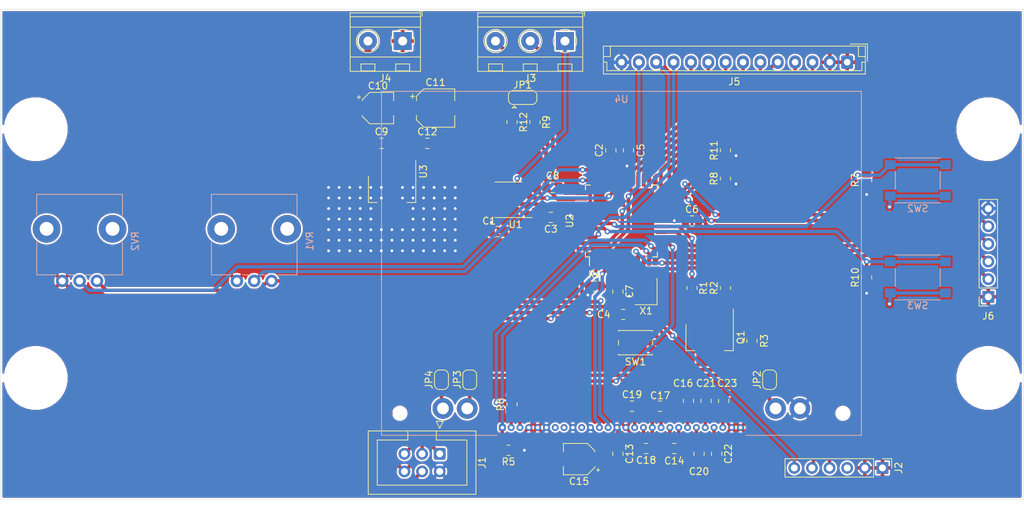
<source format=kicad_pcb>
(kicad_pcb (version 20171130) (host pcbnew "(5.1.12-1-10_14)")
  (layers (0 F.Cu signal) (31 B.Cu signal) (34 B.Paste user) (35 F.Paste user) (36 B.SilkS user) (37 F.SilkS user) (38 B.Mask user) (39 F.Mask user) (44 Edge.Cuts user))
  (net 0 "")
  (net 1 GND)
  (net 2 +3V3)
  (net 3 "Net-(C2-Pad1)")
  (net 4 /DTR)
  (net 5 /~RESET)
  (net 6 /RTD_B)
  (net 7 VCC)
  (net 8 "Net-(C16-Pad1)")
  (net 9 "Net-(C17-Pad2)")
  (net 10 "Net-(C18-Pad2)")
  (net 11 "Net-(C20-Pad1)")
  (net 12 "Net-(C21-Pad1)")
  (net 13 "Net-(C22-Pad1)")
  (net 14 /MOSI)
  (net 15 /SCK)
  (net 16 /MISO)
  (net 17 /TXD)
  (net 18 /RXD)
  (net 19 /AIN1)
  (net 20 /AIN0)
  (net 21 /PC7)
  (net 22 /PC6)
  (net 23 /PC5)
  (net 24 /PC4)
  (net 25 /PC3)
  (net 26 /PC2)
  (net 27 /SDA)
  (net 28 /SCL)
  (net 29 /POT_A)
  (net 30 /POT_B)
  (net 31 "Net-(Q1-Pad1)")
  (net 32 "Net-(Q1-Pad2)")
  (net 33 /~LCD_CS)
  (net 34 /~LCD_RST)
  (net 35 /PB_A)
  (net 36 /PB_B)
  (net 37 /BL_CTL)
  (net 38 /BL_K)
  (net 39 /ZC)
  (net 40 "Net-(U1-Pad6)")
  (net 41 /PWM_0B)
  (net 42 /~AC_SW)
  (net 43 /LCD_A0)
  (net 44 "Net-(U2-Pad8)")
  (net 45 /BL_KR)
  (net 46 /BL_KG)
  (net 47 /BL_KB)
  (net 48 /V_REF)
  (net 49 /RTD_A)
  (net 50 "Net-(C14-Pad2)")
  (net 51 "Net-(C14-Pad1)")
  (net 52 "Net-(C17-Pad1)")
  (net 53 "Net-(C19-Pad2)")
  (net 54 "Net-(C23-Pad1)")
  (net 55 "Net-(JP1-Pad3)")
  (net 56 "Net-(JP1-Pad1)")
  (net 57 "Net-(J2-Pad3)")
  (net 58 "Net-(U2-Pad31)")
  (net 59 "Net-(U2-Pad30)")
  (net 60 "Net-(U2-Pad7)")
  (net 61 "Net-(U4-Pad7)")
  (net 62 "Net-(U4-Pad8)")
  (net 63 "Net-(U4-Pad10)")
  (net 64 "Net-(X1-Pad1)")
  (module Thermostat:MountingHole_3.2mm_M3 (layer F.Cu) (at 180.34 93.726)
    (fp_text reference H4 hide)
    (fp_text value MountingHole)
    (pad "" np_thru_hole circle (at 0 0) (size 3.2 3.2) (drill 3.2) (layers *.Cu *.Mask) (clearance 3))
  )
  (module Thermostat:MountingHole_3.2mm_M3 (layer F.Cu) (at 180.34 57.912)
    (fp_text reference H3 hide)
    (fp_text value MountingHole)
    (pad "" np_thru_hole circle (at 0 0) (size 3.2 3.2) (drill 3.2) (layers *.Cu *.Mask) (clearance 3))
  )
  (module Thermostat:MountingHole_3.2mm_M3 (layer F.Cu) (at 43.18 93.726)
    (fp_text reference H2 hide)
    (fp_text value MountingHole)
    (pad "" np_thru_hole circle (at 0 0) (size 3.2 3.2) (drill 3.2) (layers *.Cu *.Mask) (clearance 3))
  )
  (module Thermostat:MountingHole_3.2mm_M3 (layer F.Cu) (at 43.18 57.912)
    (fp_text reference H1 hide)
    (fp_text value MountingHole)
    (pad "" np_thru_hole circle (at 0 0) (size 3.2 3.2) (drill 3.2) (layers *.Cu *.Mask) (clearance 3))
  )
  (module Thermostat:DEM128064F (layer B.Cu) (at 127.508 77.216 180)
    (fp_text reference U4 (at 0 23.622) (layer B.SilkS) (effects (justify mirror)))
    (fp_text value DEM128064F)
    (pad 30 thru_hole circle (at 22.2 -20.9) (size 3 3) (drill 1.7) (layers *.Cu *.Mask) (net 46 /BL_KG))
    (pad 29 thru_hole circle (at 25.7 -20.9) (size 3 3) (drill 1.7) (layers *.Cu *.Mask) (net 47 /BL_KB))
    (pad 31 thru_hole circle (at -22.2 -20.9) (size 3 3) (drill 1.7) (layers *.Cu *.Mask) (net 45 /BL_KR))
    (pad 32 thru_hole circle (at -25.7 -20.9) (size 3 3) (drill 1.7) (layers *.Cu *.Mask) (net 2 +3V3))
    (pad "" np_thru_hole circle (at -31.9 -21.6) (size 1.7 1.7) (drill 1.7) (layers *.Cu *.Mask))
    (pad "" np_thru_hole circle (at 31.9 -21.6) (size 1.7 1.7) (drill 1.7) (layers *.Cu *.Mask))
    (pad 1 thru_hole roundrect (at 17.145 -23.65) (size 1 1) (drill 0.5) (layers *.Cu *.Mask) (net 33 /~LCD_CS))
    (pad 2 thru_hole circle (at 15.875 -23.65) (size 1 1) (drill 0.5) (layers *.Cu *.Mask) (net 34 /~LCD_RST))
    (pad 3 thru_hole circle (at 14.605 -23.65) (size 1 1) (drill 0.5) (layers *.Cu *.Mask) (net 43 /LCD_A0))
    (pad 4 thru_hole circle (at 13.335 -23.65) (size 1 1) (drill 0.5) (layers *.Cu *.Mask) (net 1 GND))
    (pad 5 thru_hole circle (at 12.065 -23.65) (size 1 1) (drill 0.5) (layers *.Cu *.Mask) (net 1 GND))
    (pad 6 thru_hole circle (at 10.795 -23.65) (size 1 1) (drill 0.5) (layers *.Cu *.Mask) (net 2 +3V3))
    (pad 7 thru_hole circle (at 9.525 -23.65) (size 1 1) (drill 0.5) (layers *.Cu *.Mask) (net 61 "Net-(U4-Pad7)"))
    (pad 8 thru_hole circle (at 8.255 -23.65) (size 1 1) (drill 0.5) (layers *.Cu *.Mask) (net 62 "Net-(U4-Pad8)"))
    (pad 9 thru_hole circle (at 6.985 -23.65) (size 1 1) (drill 0.5) (layers *.Cu *.Mask) (net 2 +3V3))
    (pad 10 thru_hole circle (at 5.715 -23.65) (size 1 1) (drill 0.5) (layers *.Cu *.Mask) (net 63 "Net-(U4-Pad10)"))
    (pad 11 thru_hole circle (at 4.445 -23.65) (size 1 1) (drill 0.5) (layers *.Cu *.Mask) (net 2 +3V3))
    (pad 12 thru_hole circle (at 3.175 -23.65) (size 1 1) (drill 0.5) (layers *.Cu *.Mask) (net 15 /SCK))
    (pad 13 thru_hole circle (at 1.905 -23.65) (size 1 1) (drill 0.5) (layers *.Cu *.Mask) (net 14 /MOSI))
    (pad 14 thru_hole circle (at 0.635 -23.65) (size 1 1) (drill 0.5) (layers *.Cu *.Mask) (net 2 +3V3))
    (pad 15 thru_hole circle (at -0.635 -23.65) (size 1 1) (drill 0.5) (layers *.Cu *.Mask) (net 1 GND))
    (pad 16 thru_hole circle (at -1.905 -23.65) (size 1 1) (drill 0.5) (layers *.Cu *.Mask) (net 53 "Net-(C19-Pad2)"))
    (pad 17 thru_hole circle (at -3.175 -23.65) (size 1 1) (drill 0.5) (layers *.Cu *.Mask) (net 10 "Net-(C18-Pad2)"))
    (pad 18 thru_hole circle (at -4.445 -23.65) (size 1 1) (drill 0.5) (layers *.Cu *.Mask) (net 9 "Net-(C17-Pad2)"))
    (pad 19 thru_hole circle (at -5.715 -23.65) (size 1 1) (drill 0.5) (layers *.Cu *.Mask) (net 52 "Net-(C17-Pad1)"))
    (pad 20 thru_hole circle (at -6.985 -23.65) (size 1 1) (drill 0.5) (layers *.Cu *.Mask) (net 51 "Net-(C14-Pad1)"))
    (pad 21 thru_hole circle (at -8.255 -23.65) (size 1 1) (drill 0.5) (layers *.Cu *.Mask) (net 50 "Net-(C14-Pad2)"))
    (pad 22 thru_hole circle (at -9.525 -23.65) (size 1 1) (drill 0.5) (layers *.Cu *.Mask) (net 8 "Net-(C16-Pad1)"))
    (pad 23 thru_hole circle (at -10.795 -23.65) (size 1 1) (drill 0.5) (layers *.Cu *.Mask) (net 11 "Net-(C20-Pad1)"))
    (pad 24 thru_hole circle (at -12.065 -23.65) (size 1 1) (drill 0.5) (layers *.Cu *.Mask) (net 12 "Net-(C21-Pad1)"))
    (pad 25 thru_hole circle (at -13.335 -23.65) (size 1 1) (drill 0.5) (layers *.Cu *.Mask) (net 13 "Net-(C22-Pad1)"))
    (pad 26 thru_hole circle (at -14.605 -23.65) (size 1 1) (drill 0.5) (layers *.Cu *.Mask) (net 54 "Net-(C23-Pad1)"))
    (pad 27 thru_hole circle (at -15.875 -23.65) (size 1 1) (drill 0.5) (layers *.Cu *.Mask) (net 1 GND))
    (pad 28 thru_hole circle (at -17.145 -23.65) (size 1 1) (drill 0.5) (layers *.Cu *.Mask) (net 1 GND))
  )
  (module Connector_PinSocket_2.54mm:PinSocket_1x06_P2.54mm_Vertical (layer F.Cu) (at 180.34 82.042 180)
    (fp_text reference J6 (at 0 -2.77) (layer F.SilkS))
    (fp_text value Conn_01x06)
    (pad 6 thru_hole oval (at 0 12.7 180) (size 1.7 1.7) (drill 1) (layers *.Cu *.Mask) (net 2 +3V3))
    (pad 5 thru_hole oval (at 0 10.16 180) (size 1.7 1.7) (drill 1) (layers *.Cu *.Mask) (net 27 /SDA))
    (pad 4 thru_hole oval (at 0 7.62 180) (size 1.7 1.7) (drill 1) (layers *.Cu *.Mask) (net 28 /SCL))
    (pad 3 thru_hole oval (at 0 5.08 180) (size 1.7 1.7) (drill 1) (layers *.Cu *.Mask) (net 39 /ZC))
    (pad 2 thru_hole oval (at 0 2.54 180) (size 1.7 1.7) (drill 1) (layers *.Cu *.Mask) (net 42 /~AC_SW))
    (pad 1 thru_hole rect (at 0 0 180) (size 1.7 1.7) (drill 1) (layers *.Cu *.Mask) (net 1 GND))
  )
  (module Package_TO_SOT_SMD:SOT-223-3_TabPin2 (layer F.Cu) (at 94.488 66.548 270)
    (fp_text reference U3 (at -2.54 -4.5 90) (layer F.SilkS))
    (fp_text value TLV1117-33)
    (pad 1 smd rect (at -3.15 -2.3 270) (size 2 1.5) (layers F.Cu F.Paste F.Mask) (net 1 GND))
    (pad 3 smd rect (at -3.15 2.3 270) (size 2 1.5) (layers F.Cu F.Paste F.Mask) (net 7 VCC))
    (pad 2 smd rect (at -3.15 0 270) (size 2 1.5) (layers F.Cu F.Paste F.Mask) (net 2 +3V3))
    (pad 2 smd rect (at 3.15 0 270) (size 2 3.8) (layers F.Cu F.Paste F.Mask) (net 2 +3V3))
  )
  (module Button_Switch_SMD:SW_Push_1P1T_NO_6x6mm_H9.5mm (layer B.Cu) (at 170.18 79.248)
    (fp_text reference SW3 (at 0 4.05) (layer B.SilkS) (effects (justify mirror)))
    (fp_text value SW_Push)
    (pad 2 smd rect (at 3.975 -2.25) (size 1.55 1.3) (layers B.Cu B.Paste B.Mask) (net 36 /PB_B))
    (pad 1 smd rect (at 3.975 2.25) (size 1.55 1.3) (layers B.Cu B.Paste B.Mask) (net 1 GND))
    (pad 1 smd rect (at -3.975 2.25) (size 1.55 1.3) (layers B.Cu B.Paste B.Mask) (net 1 GND))
    (pad 2 smd rect (at -3.975 -2.25) (size 1.55 1.3) (layers B.Cu B.Paste B.Mask) (net 36 /PB_B))
  )
  (module Button_Switch_SMD:SW_Push_1P1T_NO_6x6mm_H9.5mm (layer B.Cu) (at 170.18 65.278)
    (fp_text reference SW2 (at 0 4.05) (layer B.SilkS) (effects (justify mirror)))
    (fp_text value SW_Push)
    (pad 2 smd rect (at 3.975 -2.25) (size 1.55 1.3) (layers B.Cu B.Paste B.Mask) (net 35 /PB_A))
    (pad 1 smd rect (at 3.975 2.25) (size 1.55 1.3) (layers B.Cu B.Paste B.Mask) (net 1 GND))
    (pad 1 smd rect (at -3.975 2.25) (size 1.55 1.3) (layers B.Cu B.Paste B.Mask) (net 1 GND))
    (pad 2 smd rect (at -3.975 -2.25) (size 1.55 1.3) (layers B.Cu B.Paste B.Mask) (net 35 /PB_A))
  )
  (module Potentiometer_THT:Potentiometer_Alps_RK09L_Single_Vertical (layer B.Cu) (at 46.99 79.756 90)
    (fp_text reference RV2 (at 5.725 10.5 270) (layer B.SilkS) (effects (justify mirror)))
    (fp_text value R_POT)
    (pad "" np_thru_hole circle (at 7.5 -2.25 90) (size 4 4) (drill 2) (layers *.Cu *.Mask))
    (pad "" np_thru_hole circle (at 7.5 7.25 90) (size 4 4) (drill 2) (layers *.Cu *.Mask))
    (pad 1 thru_hole circle (at 0 0 90) (size 1.8 1.8) (drill 1) (layers *.Cu *.Mask) (net 1 GND))
    (pad 2 thru_hole circle (at 0 2.5 90) (size 1.8 1.8) (drill 1) (layers *.Cu *.Mask) (net 30 /POT_B))
    (pad 3 thru_hole circle (at 0 5 90) (size 1.8 1.8) (drill 1) (layers *.Cu *.Mask) (net 48 /V_REF))
  )
  (module Potentiometer_THT:Potentiometer_Alps_RK09L_Single_Vertical (layer B.Cu) (at 72.136 79.756 90)
    (fp_text reference RV1 (at 5.725 10.5 270) (layer B.SilkS) (effects (justify mirror)))
    (fp_text value R_POT)
    (pad "" np_thru_hole circle (at 7.5 -2.25 90) (size 4 4) (drill 2) (layers *.Cu *.Mask))
    (pad "" np_thru_hole circle (at 7.5 7.25 90) (size 4 4) (drill 2) (layers *.Cu *.Mask))
    (pad 1 thru_hole circle (at 0 0 90) (size 1.8 1.8) (drill 1) (layers *.Cu *.Mask) (net 1 GND))
    (pad 2 thru_hole circle (at 0 2.5 90) (size 1.8 1.8) (drill 1) (layers *.Cu *.Mask) (net 29 /POT_A))
    (pad 3 thru_hole circle (at 0 5 90) (size 1.8 1.8) (drill 1) (layers *.Cu *.Mask) (net 48 /V_REF))
  )
  (module Capacitor_SMD:C_0805_2012Metric (layer F.Cu) (at 127 104.648 270)
    (fp_text reference C13 (at 0 -1.68 90) (layer F.SilkS))
    (fp_text value 0.1u)
    (pad 2 smd roundrect (at 0.95 0 270) (size 1 1.45) (layers F.Cu F.Paste F.Mask) (net 1 GND))
    (pad 1 smd roundrect (at -0.95 0 270) (size 1 1.45) (layers F.Cu F.Paste F.Mask) (net 2 +3V3))
  )
  (module Resistor_SMD:R_0805_2012Metric (layer F.Cu) (at 111.76 56.896 270)
    (fp_text reference R12 (at 0 -1.65 90) (layer F.SilkS))
    (fp_text value "20k 0.1%")
    (pad 2 smd roundrect (at 0.9125 0 270) (size 1.025 1.4) (layers F.Cu F.Paste F.Mask) (roundrect_rratio 0.243902) (net 1 GND))
    (pad 1 smd roundrect (at -0.9125 0 270) (size 1.025 1.4) (layers F.Cu F.Paste F.Mask) (roundrect_rratio 0.243902) (net 56 "Net-(JP1-Pad1)"))
  )
  (module Jumper:SolderJumper-3_P1.3mm_Open_RoundedPad1.0x1.5mm (layer F.Cu) (at 113.284 53.34)
    (fp_text reference JP1 (at 0 -1.8) (layer F.SilkS))
    (fp_text value SolderJumper_3_Open)
    (pad 2 smd rect (at 0 0) (size 1 1.5) (layers F.Cu F.Mask) (net 6 /RTD_B))
    (pad 3 smd custom (at 1.3 0) (size 1 0.5) (layers F.Cu F.Mask) (net 55 "Net-(JP1-Pad3)") (options (clearance outline) (anchor rect)) (primitives (gr_circle (center 0 0.25) (end 0.5 0.25) (width 0)) (gr_circle (center 0 -0.25) (end 0.5 -0.25) (width 0)) (gr_poly (pts (xy -0.55 -0.75) (xy 0 -0.75) (xy 0 0.75) (xy -0.55 0.75)) (width 0))))
    (pad 1 smd custom (at -1.3 0) (size 1 0.5) (layers F.Cu F.Mask) (net 56 "Net-(JP1-Pad1)") (options (clearance outline) (anchor rect)) (primitives (gr_circle (center 0 0.25) (end 0.5 0.25) (width 0)) (gr_circle (center 0 -0.25) (end 0.5 -0.25) (width 0)) (gr_poly (pts (xy 0.55 -0.75) (xy 0 -0.75) (xy 0 0.75) (xy 0.55 0.75)) (width 0))))
  )
  (module Capacitor_SMD:C_0805_2012Metric (layer F.Cu) (at 99.568 59.944)
    (fp_text reference C12 (at 0 -1.68) (layer F.SilkS))
    (fp_text value 0.1u)
    (pad 2 smd roundrect (at 0.95 0) (size 1 1.45) (layers F.Cu F.Paste F.Mask) (net 1 GND))
    (pad 1 smd roundrect (at -0.95 0) (size 1 1.45) (layers F.Cu F.Paste F.Mask) (net 2 +3V3))
  )
  (module Capacitor_SMD:C_0805_2012Metric (layer F.Cu) (at 127 81.28 270)
    (fp_text reference C7 (at 0 -1.68 90) (layer F.SilkS))
    (fp_text value 0.1u)
    (pad 2 smd roundrect (at 0.95 0 270) (size 1 1.45) (layers F.Cu F.Paste F.Mask) (net 1 GND))
    (pad 1 smd roundrect (at -0.95 0 270) (size 1 1.45) (layers F.Cu F.Paste F.Mask) (net 2 +3V3))
  )
  (module Capacitor_SMD:C_0805_2012Metric (layer F.Cu) (at 137.668 71.12)
    (fp_text reference C6 (at 0 -1.68) (layer F.SilkS))
    (fp_text value 0.1u)
    (pad 2 smd roundrect (at 0.95 0) (size 1 1.45) (layers F.Cu F.Paste F.Mask) (net 1 GND))
    (pad 1 smd roundrect (at -0.95 0) (size 1 1.45) (layers F.Cu F.Paste F.Mask) (net 2 +3V3))
  )
  (module Jumper:SolderJumper-2_P1.3mm_Open_RoundedPad1.0x1.5mm (layer F.Cu) (at 101.6 93.98 90)
    (fp_text reference JP4 (at 0 -1.8 90) (layer F.SilkS))
    (fp_text value SolderJumper_2_Open)
    (pad 2 smd custom (at 0.65 0 90) (size 1 0.5) (layers F.Cu F.Mask) (net 38 /BL_K) (options (clearance outline) (anchor rect)) (primitives (gr_circle (center 0 0.25) (end 0.5 0.25) (width 0)) (gr_circle (center 0 -0.25) (end 0.5 -0.25) (width 0)) (gr_poly (pts (xy 0 -0.75) (xy -0.5 -0.75) (xy -0.5 0.75) (xy 0 0.75)) (width 0))))
    (pad 1 smd custom (at -0.65 0 90) (size 1 0.5) (layers F.Cu F.Mask) (net 47 /BL_KB) (options (clearance outline) (anchor rect)) (primitives (gr_circle (center 0 0.25) (end 0.5 0.25) (width 0)) (gr_circle (center 0 -0.25) (end 0.5 -0.25) (width 0)) (gr_poly (pts (xy 0 -0.75) (xy 0.5 -0.75) (xy 0.5 0.75) (xy 0 0.75)) (width 0))))
  )
  (module Jumper:SolderJumper-2_P1.3mm_Open_RoundedPad1.0x1.5mm (layer F.Cu) (at 105.664 93.98 90)
    (fp_text reference JP3 (at 0 -1.8 90) (layer F.SilkS))
    (fp_text value SolderJumper_2_Open)
    (pad 2 smd custom (at 0.65 0 90) (size 1 0.5) (layers F.Cu F.Mask) (net 38 /BL_K) (options (clearance outline) (anchor rect)) (primitives (gr_circle (center 0 0.25) (end 0.5 0.25) (width 0)) (gr_circle (center 0 -0.25) (end 0.5 -0.25) (width 0)) (gr_poly (pts (xy 0 -0.75) (xy -0.5 -0.75) (xy -0.5 0.75) (xy 0 0.75)) (width 0))))
    (pad 1 smd custom (at -0.65 0 90) (size 1 0.5) (layers F.Cu F.Mask) (net 46 /BL_KG) (options (clearance outline) (anchor rect)) (primitives (gr_circle (center 0 0.25) (end 0.5 0.25) (width 0)) (gr_circle (center 0 -0.25) (end 0.5 -0.25) (width 0)) (gr_poly (pts (xy 0 -0.75) (xy 0.5 -0.75) (xy 0.5 0.75) (xy 0 0.75)) (width 0))))
  )
  (module Jumper:SolderJumper-2_P1.3mm_Open_RoundedPad1.0x1.5mm (layer F.Cu) (at 148.844 93.98 90)
    (fp_text reference JP2 (at 0 -1.8 90) (layer F.SilkS))
    (fp_text value SolderJumper_2_Open)
    (pad 2 smd custom (at 0.65 0 90) (size 1 0.5) (layers F.Cu F.Mask) (net 38 /BL_K) (options (clearance outline) (anchor rect)) (primitives (gr_circle (center 0 0.25) (end 0.5 0.25) (width 0)) (gr_circle (center 0 -0.25) (end 0.5 -0.25) (width 0)) (gr_poly (pts (xy 0 -0.75) (xy -0.5 -0.75) (xy -0.5 0.75) (xy 0 0.75)) (width 0))))
    (pad 1 smd custom (at -0.65 0 90) (size 1 0.5) (layers F.Cu F.Mask) (net 45 /BL_KR) (options (clearance outline) (anchor rect)) (primitives (gr_circle (center 0 0.25) (end 0.5 0.25) (width 0)) (gr_circle (center 0 -0.25) (end 0.5 -0.25) (width 0)) (gr_poly (pts (xy 0 -0.75) (xy 0.5 -0.75) (xy 0.5 0.75) (xy 0 0.75)) (width 0))))
  )
  (module Connector_JST:JST_EH_B14B-EH-A_1x14_P2.50mm_Vertical (layer F.Cu) (at 160.02 48.26 180)
    (fp_text reference J5 (at 16.25 -2.8) (layer F.SilkS))
    (fp_text value Conn_01x12)
    (pad 14 thru_hole oval (at 32.5 0 180) (size 1.7 1.95) (drill 0.95) (layers *.Cu *.Mask) (net 2 +3V3))
    (pad 13 thru_hole oval (at 30 0 180) (size 1.7 1.95) (drill 0.95) (layers *.Cu *.Mask) (net 41 /PWM_0B))
    (pad 12 thru_hole oval (at 27.5 0 180) (size 1.7 1.95) (drill 0.95) (layers *.Cu *.Mask) (net 19 /AIN1))
    (pad 11 thru_hole oval (at 25 0 180) (size 1.7 1.95) (drill 0.95) (layers *.Cu *.Mask) (net 20 /AIN0))
    (pad 10 thru_hole oval (at 22.5 0 180) (size 1.7 1.95) (drill 0.95) (layers *.Cu *.Mask) (net 21 /PC7))
    (pad 9 thru_hole oval (at 20 0 180) (size 1.7 1.95) (drill 0.95) (layers *.Cu *.Mask) (net 22 /PC6))
    (pad 8 thru_hole oval (at 17.5 0 180) (size 1.7 1.95) (drill 0.95) (layers *.Cu *.Mask) (net 23 /PC5))
    (pad 7 thru_hole oval (at 15 0 180) (size 1.7 1.95) (drill 0.95) (layers *.Cu *.Mask) (net 24 /PC4))
    (pad 6 thru_hole oval (at 12.5 0 180) (size 1.7 1.95) (drill 0.95) (layers *.Cu *.Mask) (net 25 /PC3))
    (pad 5 thru_hole oval (at 10 0 180) (size 1.7 1.95) (drill 0.95) (layers *.Cu *.Mask) (net 26 /PC2))
    (pad 4 thru_hole oval (at 7.5 0 180) (size 1.7 1.95) (drill 0.95) (layers *.Cu *.Mask) (net 27 /SDA))
    (pad 3 thru_hole oval (at 5 0 180) (size 1.7 1.95) (drill 0.95) (layers *.Cu *.Mask) (net 28 /SCL))
    (pad 2 thru_hole oval (at 2.5 0 180) (size 1.7 1.95) (drill 0.95) (layers *.Cu *.Mask) (net 1 GND))
    (pad 1 thru_hole roundrect (at 0 0 180) (size 1.7 1.95) (drill 0.95) (layers *.Cu *.Mask) (roundrect_rratio 0.147059) (net 1 GND))
  )
  (module Package_TO_SOT_SMD:SOT-223 (layer F.Cu) (at 140.208 87.884 270)
    (fp_text reference Q1 (at 0 -4.5 90) (layer F.SilkS))
    (fp_text value BCP56)
    (pad 1 smd rect (at -3.15 -2.3 270) (size 2 1.5) (layers F.Cu F.Paste F.Mask) (net 31 "Net-(Q1-Pad1)"))
    (pad 3 smd rect (at -3.15 2.3 270) (size 2 1.5) (layers F.Cu F.Paste F.Mask) (net 1 GND))
    (pad 2 smd rect (at -3.15 0 270) (size 2 1.5) (layers F.Cu F.Paste F.Mask) (net 32 "Net-(Q1-Pad2)"))
    (pad 4 smd rect (at 3.15 0 270) (size 2 3.8) (layers F.Cu F.Paste F.Mask) (net 32 "Net-(Q1-Pad2)"))
  )
  (module Oscillator:Oscillator_SMD_Abracon_ASE-4Pin_3.2x2.5mm (layer F.Cu) (at 131.064 81.28 90)
    (fp_text reference X1 (at -2.794 0 180) (layer F.SilkS))
    (fp_text value 20MHz)
    (pad 4 smd rect (at -1.05 -0.825 90) (size 1.3 1.1) (layers F.Cu F.Paste F.Mask) (net 2 +3V3))
    (pad 3 smd rect (at 1.05 -0.825 90) (size 1.3 1.1) (layers F.Cu F.Paste F.Mask) (net 44 "Net-(U2-Pad8)"))
    (pad 2 smd rect (at 1.05 0.825 90) (size 1.3 1.1) (layers F.Cu F.Paste F.Mask) (net 1 GND))
    (pad 1 smd rect (at -1.05 0.825 90) (size 1.3 1.1) (layers F.Cu F.Paste F.Mask) (net 64 "Net-(X1-Pad1)"))
  )
  (module Package_QFP:TQFP-44_10x10mm_P0.8mm (layer F.Cu) (at 127.508 71.12 90)
    (fp_text reference U2 (at 0 -7.45 90) (layer F.SilkS))
    (fp_text value ATmega324PA-AU)
    (pad 44 smd rect (at -4 -5.7 180) (size 1.5 0.55) (layers F.Cu F.Paste F.Mask) (net 41 /PWM_0B))
    (pad 43 smd rect (at -3.2 -5.7 180) (size 1.5 0.55) (layers F.Cu F.Paste F.Mask) (net 19 /AIN1))
    (pad 42 smd rect (at -2.4 -5.7 180) (size 1.5 0.55) (layers F.Cu F.Paste F.Mask) (net 20 /AIN0))
    (pad 41 smd rect (at -1.6 -5.7 180) (size 1.5 0.55) (layers F.Cu F.Paste F.Mask) (net 36 /PB_B))
    (pad 40 smd rect (at -0.8 -5.7 180) (size 1.5 0.55) (layers F.Cu F.Paste F.Mask) (net 35 /PB_A))
    (pad 39 smd rect (at 0 -5.7 180) (size 1.5 0.55) (layers F.Cu F.Paste F.Mask) (net 1 GND))
    (pad 38 smd rect (at 0.8 -5.7 180) (size 1.5 0.55) (layers F.Cu F.Paste F.Mask) (net 2 +3V3))
    (pad 37 smd rect (at 1.6 -5.7 180) (size 1.5 0.55) (layers F.Cu F.Paste F.Mask) (net 49 /RTD_A))
    (pad 36 smd rect (at 2.4 -5.7 180) (size 1.5 0.55) (layers F.Cu F.Paste F.Mask) (net 48 /V_REF))
    (pad 35 smd rect (at 3.2 -5.7 180) (size 1.5 0.55) (layers F.Cu F.Paste F.Mask) (net 6 /RTD_B))
    (pad 34 smd rect (at 4 -5.7 180) (size 1.5 0.55) (layers F.Cu F.Paste F.Mask) (net 49 /RTD_A))
    (pad 33 smd rect (at 5.7 -4 90) (size 1.5 0.55) (layers F.Cu F.Paste F.Mask) (net 29 /POT_A))
    (pad 32 smd rect (at 5.7 -3.2 90) (size 1.5 0.55) (layers F.Cu F.Paste F.Mask) (net 30 /POT_B))
    (pad 31 smd rect (at 5.7 -2.4 90) (size 1.5 0.55) (layers F.Cu F.Paste F.Mask) (net 58 "Net-(U2-Pad31)"))
    (pad 30 smd rect (at 5.7 -1.6 90) (size 1.5 0.55) (layers F.Cu F.Paste F.Mask) (net 59 "Net-(U2-Pad30)"))
    (pad 29 smd rect (at 5.7 -0.8 90) (size 1.5 0.55) (layers F.Cu F.Paste F.Mask) (net 3 "Net-(C2-Pad1)"))
    (pad 28 smd rect (at 5.7 0 90) (size 1.5 0.55) (layers F.Cu F.Paste F.Mask) (net 1 GND))
    (pad 27 smd rect (at 5.7 0.8 90) (size 1.5 0.55) (layers F.Cu F.Paste F.Mask) (net 2 +3V3))
    (pad 26 smd rect (at 5.7 1.6 90) (size 1.5 0.55) (layers F.Cu F.Paste F.Mask) (net 21 /PC7))
    (pad 25 smd rect (at 5.7 2.4 90) (size 1.5 0.55) (layers F.Cu F.Paste F.Mask) (net 22 /PC6))
    (pad 24 smd rect (at 5.7 3.2 90) (size 1.5 0.55) (layers F.Cu F.Paste F.Mask) (net 23 /PC5))
    (pad 23 smd rect (at 5.7 4 90) (size 1.5 0.55) (layers F.Cu F.Paste F.Mask) (net 24 /PC4))
    (pad 22 smd rect (at 4 5.7 180) (size 1.5 0.55) (layers F.Cu F.Paste F.Mask) (net 25 /PC3))
    (pad 21 smd rect (at 3.2 5.7 180) (size 1.5 0.55) (layers F.Cu F.Paste F.Mask) (net 26 /PC2))
    (pad 20 smd rect (at 2.4 5.7 180) (size 1.5 0.55) (layers F.Cu F.Paste F.Mask) (net 27 /SDA))
    (pad 19 smd rect (at 1.6 5.7 180) (size 1.5 0.55) (layers F.Cu F.Paste F.Mask) (net 28 /SCL))
    (pad 18 smd rect (at 0.8 5.7 180) (size 1.5 0.55) (layers F.Cu F.Paste F.Mask) (net 1 GND))
    (pad 17 smd rect (at 0 5.7 180) (size 1.5 0.55) (layers F.Cu F.Paste F.Mask) (net 2 +3V3))
    (pad 16 smd rect (at -0.8 5.7 180) (size 1.5 0.55) (layers F.Cu F.Paste F.Mask) (net 37 /BL_CTL))
    (pad 15 smd rect (at -1.6 5.7 180) (size 1.5 0.55) (layers F.Cu F.Paste F.Mask) (net 39 /ZC))
    (pad 14 smd rect (at -2.4 5.7 180) (size 1.5 0.55) (layers F.Cu F.Paste F.Mask) (net 42 /~AC_SW))
    (pad 13 smd rect (at -3.2 5.7 180) (size 1.5 0.55) (layers F.Cu F.Paste F.Mask) (net 43 /LCD_A0))
    (pad 12 smd rect (at -4 5.7 180) (size 1.5 0.55) (layers F.Cu F.Paste F.Mask) (net 34 /~LCD_RST))
    (pad 11 smd rect (at -5.7 4 90) (size 1.5 0.55) (layers F.Cu F.Paste F.Mask) (net 33 /~LCD_CS))
    (pad 10 smd rect (at -5.7 3.2 90) (size 1.5 0.55) (layers F.Cu F.Paste F.Mask) (net 17 /TXD))
    (pad 9 smd rect (at -5.7 2.4 90) (size 1.5 0.55) (layers F.Cu F.Paste F.Mask) (net 18 /RXD))
    (pad 8 smd rect (at -5.7 1.6 90) (size 1.5 0.55) (layers F.Cu F.Paste F.Mask) (net 44 "Net-(U2-Pad8)"))
    (pad 7 smd rect (at -5.7 0.8 90) (size 1.5 0.55) (layers F.Cu F.Paste F.Mask) (net 60 "Net-(U2-Pad7)"))
    (pad 6 smd rect (at -5.7 0 90) (size 1.5 0.55) (layers F.Cu F.Paste F.Mask) (net 1 GND))
    (pad 5 smd rect (at -5.7 -0.8 90) (size 1.5 0.55) (layers F.Cu F.Paste F.Mask) (net 2 +3V3))
    (pad 4 smd rect (at -5.7 -1.6 90) (size 1.5 0.55) (layers F.Cu F.Paste F.Mask) (net 5 /~RESET))
    (pad 3 smd rect (at -5.7 -2.4 90) (size 1.5 0.55) (layers F.Cu F.Paste F.Mask) (net 15 /SCK))
    (pad 2 smd rect (at -5.7 -3.2 90) (size 1.5 0.55) (layers F.Cu F.Paste F.Mask) (net 16 /MISO))
    (pad 1 smd rect (at -5.7 -4 90) (size 1.5 0.55) (layers F.Cu F.Paste F.Mask) (net 14 /MOSI))
  )
  (module Package_SO:SO-8_3.9x4.9mm_P1.27mm (layer F.Cu) (at 111.252 68.072 180)
    (fp_text reference U1 (at -1.016 -3.556) (layer F.SilkS))
    (fp_text value LM358)
    (pad 8 smd roundrect (at 2.575 -1.905 180) (size 1.75 0.6) (layers F.Cu F.Paste F.Mask) (net 2 +3V3))
    (pad 7 smd roundrect (at 2.575 -0.635 180) (size 1.75 0.6) (layers F.Cu F.Paste F.Mask) (net 40 "Net-(U1-Pad6)"))
    (pad 6 smd roundrect (at 2.575 0.635 180) (size 1.75 0.6) (layers F.Cu F.Paste F.Mask) (net 40 "Net-(U1-Pad6)"))
    (pad 5 smd roundrect (at 2.575 1.905 180) (size 1.75 0.6) (layers F.Cu F.Paste F.Mask) (net 1 GND))
    (pad 4 smd roundrect (at -2.575 1.905 180) (size 1.75 0.6) (layers F.Cu F.Paste F.Mask) (net 1 GND))
    (pad 3 smd roundrect (at -2.575 0.635 180) (size 1.75 0.6) (layers F.Cu F.Paste F.Mask) (net 3 "Net-(C2-Pad1)"))
    (pad 2 smd roundrect (at -2.575 -0.635 180) (size 1.75 0.6) (layers F.Cu F.Paste F.Mask) (net 48 /V_REF))
    (pad 1 smd roundrect (at -2.575 -1.905 180) (size 1.75 0.6) (layers F.Cu F.Paste F.Mask) (net 48 /V_REF))
  )
  (module Button_Switch_SMD:SW_SPST_EVQP2 (layer F.Cu) (at 129.54 88.646 180)
    (fp_text reference SW1 (at 0 -2.75) (layer F.SilkS))
    (fp_text value SW_Push)
    (pad 2 smd rect (at 2.58 1 180) (size 1.45 0.7) (layers F.Cu F.Paste F.Mask) (net 5 /~RESET))
    (pad 2 smd rect (at -2.58 1 180) (size 1.45 0.7) (layers F.Cu F.Paste F.Mask) (net 5 /~RESET))
    (pad 1 smd rect (at -2.58 -1 180) (size 1.45 0.7) (layers F.Cu F.Paste F.Mask) (net 1 GND))
    (pad 1 smd rect (at 2.58 -1 180) (size 1.45 0.7) (layers F.Cu F.Paste F.Mask) (net 1 GND))
  )
  (module Resistor_SMD:R_0805_2012Metric (layer F.Cu) (at 146.304 88.392 90)
    (fp_text reference R3 (at 0 1.778 90) (layer F.SilkS))
    (fp_text value 2)
    (pad 2 smd roundrect (at 0.9125 0 90) (size 1.025 1.4) (layers F.Cu F.Paste F.Mask) (roundrect_rratio 0.243902) (net 32 "Net-(Q1-Pad2)"))
    (pad 1 smd roundrect (at -0.9125 0 90) (size 1.025 1.4) (layers F.Cu F.Paste F.Mask) (roundrect_rratio 0.243902) (net 38 /BL_K))
  )
  (module Resistor_SMD:R_0805_2012Metric (layer F.Cu) (at 142.494 80.772 90)
    (fp_text reference R2 (at 0 -1.65 90) (layer F.SilkS))
    (fp_text value 1k)
    (pad 2 smd roundrect (at 0.9125 0 90) (size 1.025 1.4) (layers F.Cu F.Paste F.Mask) (roundrect_rratio 0.243902) (net 37 /BL_CTL))
    (pad 1 smd roundrect (at -0.9125 0 90) (size 1.025 1.4) (layers F.Cu F.Paste F.Mask) (roundrect_rratio 0.243902) (net 31 "Net-(Q1-Pad1)"))
  )
  (module Resistor_SMD:R_0805_2012Metric (layer F.Cu) (at 137.668 80.772 270)
    (fp_text reference R1 (at 0 -1.65 90) (layer F.SilkS))
    (fp_text value 10k)
    (pad 2 smd roundrect (at 0.9125 0 270) (size 1.025 1.4) (layers F.Cu F.Paste F.Mask) (roundrect_rratio 0.243902) (net 1 GND))
    (pad 1 smd roundrect (at -0.9125 0 270) (size 1.025 1.4) (layers F.Cu F.Paste F.Mask) (roundrect_rratio 0.243902) (net 37 /BL_CTL))
  )
  (module Resistor_SMD:R_0805_2012Metric (layer F.Cu) (at 115.062 56.896 270)
    (fp_text reference R9 (at 0 -1.65 90) (layer F.SilkS))
    (fp_text value "2k 0.1%")
    (pad 2 smd roundrect (at 0.9125 0 270) (size 1.025 1.4) (layers F.Cu F.Paste F.Mask) (roundrect_rratio 0.243902) (net 1 GND))
    (pad 1 smd roundrect (at -0.9125 0 270) (size 1.025 1.4) (layers F.Cu F.Paste F.Mask) (roundrect_rratio 0.243902) (net 55 "Net-(JP1-Pad3)"))
  )
  (module Resistor_SMD:R_0805_2012Metric (layer F.Cu) (at 162.814 79.248 90)
    (fp_text reference R10 (at 0 -1.65 90) (layer F.SilkS))
    (fp_text value 10k)
    (pad 2 smd roundrect (at 0.9125 0 90) (size 1.025 1.4) (layers F.Cu F.Paste F.Mask) (roundrect_rratio 0.243902) (net 36 /PB_B))
    (pad 1 smd roundrect (at -0.9125 0 90) (size 1.025 1.4) (layers F.Cu F.Paste F.Mask) (roundrect_rratio 0.243902) (net 2 +3V3))
  )
  (module Resistor_SMD:R_0805_2012Metric (layer F.Cu) (at 142.494 60.96 90)
    (fp_text reference R11 (at 0 -1.65 90) (layer F.SilkS))
    (fp_text value 4.7k)
    (pad 2 smd roundrect (at 0.9125 0 90) (size 1.025 1.4) (layers F.Cu F.Paste F.Mask) (roundrect_rratio 0.243902) (net 27 /SDA))
    (pad 1 smd roundrect (at -0.9125 0 90) (size 1.025 1.4) (layers F.Cu F.Paste F.Mask) (roundrect_rratio 0.243902) (net 2 +3V3))
  )
  (module Resistor_SMD:R_0805_2012Metric (layer F.Cu) (at 162.814 65.278 90)
    (fp_text reference R7 (at 0 -1.65 90) (layer F.SilkS))
    (fp_text value 10k)
    (pad 2 smd roundrect (at 0.9125 0 90) (size 1.025 1.4) (layers F.Cu F.Paste F.Mask) (roundrect_rratio 0.243902) (net 35 /PB_A))
    (pad 1 smd roundrect (at -0.9125 0 90) (size 1.025 1.4) (layers F.Cu F.Paste F.Mask) (roundrect_rratio 0.243902) (net 2 +3V3))
  )
  (module Resistor_SMD:R_0805_2012Metric (layer F.Cu) (at 142.494 65.024 90)
    (fp_text reference R8 (at 0 -1.65 90) (layer F.SilkS))
    (fp_text value 4.7k)
    (pad 2 smd roundrect (at 0.9125 0 90) (size 1.025 1.4) (layers F.Cu F.Paste F.Mask) (roundrect_rratio 0.243902) (net 28 /SCL))
    (pad 1 smd roundrect (at -0.9125 0 90) (size 1.025 1.4) (layers F.Cu F.Paste F.Mask) (roundrect_rratio 0.243902) (net 2 +3V3))
  )
  (module Resistor_SMD:R_0805_2012Metric (layer F.Cu) (at 111.76 97.536 90)
    (fp_text reference R6 (at 0 -1.65 90) (layer F.SilkS))
    (fp_text value 10k)
    (pad 2 smd roundrect (at 0.9125 0 90) (size 1.025 1.4) (layers F.Cu F.Paste F.Mask) (roundrect_rratio 0.243902) (net 1 GND))
    (pad 1 smd roundrect (at -0.9125 0 90) (size 1.025 1.4) (layers F.Cu F.Paste F.Mask) (roundrect_rratio 0.243902) (net 34 /~LCD_RST))
  )
  (module Resistor_SMD:R_0805_2012Metric (layer F.Cu) (at 111.252 104.14 180)
    (fp_text reference R5 (at 0 -1.65) (layer F.SilkS))
    (fp_text value 10k)
    (pad 2 smd roundrect (at 0.9125 0 180) (size 1.025 1.4) (layers F.Cu F.Paste F.Mask) (roundrect_rratio 0.243902) (net 33 /~LCD_CS))
    (pad 1 smd roundrect (at -0.9125 0 180) (size 1.025 1.4) (layers F.Cu F.Paste F.Mask) (roundrect_rratio 0.243902) (net 2 +3V3))
  )
  (module Resistor_SMD:R_0805_2012Metric (layer F.Cu) (at 123.698 80.518)
    (fp_text reference R4 (at 0 -1.65) (layer F.SilkS))
    (fp_text value 10k)
    (pad 2 smd roundrect (at 0.9125 0) (size 1.025 1.4) (layers F.Cu F.Paste F.Mask) (roundrect_rratio 0.243902) (net 5 /~RESET))
    (pad 1 smd roundrect (at -0.9125 0) (size 1.025 1.4) (layers F.Cu F.Paste F.Mask) (roundrect_rratio 0.243902) (net 2 +3V3))
  )
  (module TerminalBlock_MetzConnect:TerminalBlock_MetzConnect_Type094_RT03502HBLU_1x02_P5.00mm_Horizontal (layer F.Cu) (at 96.012 45.212 180)
    (fp_text reference J4 (at 2.5 -5.36) (layer F.SilkS))
    (fp_text value Conn_01x02)
    (pad 2 thru_hole circle (at 5 0 180) (size 2.6 2.6) (drill 1.3) (layers *.Cu *.Mask) (net 7 VCC))
    (pad 1 thru_hole rect (at 0 0 180) (size 2.6 2.6) (drill 1.3) (layers *.Cu *.Mask) (net 1 GND))
  )
  (module TerminalBlock_MetzConnect:TerminalBlock_MetzConnect_Type094_RT03503HBLU_1x03_P5.00mm_Horizontal (layer F.Cu) (at 119.38 45.212 180)
    (fp_text reference J3 (at 5 -5.36) (layer F.SilkS))
    (fp_text value Conn_01x03)
    (pad 3 thru_hole circle (at 10 0 180) (size 2.6 2.6) (drill 1.3) (layers *.Cu *.Mask) (net 6 /RTD_B))
    (pad 2 thru_hole circle (at 5 0 180) (size 2.6 2.6) (drill 1.3) (layers *.Cu *.Mask) (net 49 /RTD_A))
    (pad 1 thru_hole rect (at 0 0 180) (size 2.6 2.6) (drill 1.3) (layers *.Cu *.Mask) (net 48 /V_REF))
  )
  (module Connector_PinHeader_2.54mm:PinHeader_1x06_P2.54mm_Vertical (layer F.Cu) (at 165.1 106.68 270)
    (fp_text reference J2 (at 0 -2.33 90) (layer F.SilkS))
    (fp_text value Conn_01x06)
    (pad 6 thru_hole oval (at 0 12.7 270) (size 1.7 1.7) (drill 1) (layers *.Cu *.Mask) (net 4 /DTR))
    (pad 5 thru_hole oval (at 0 10.16 270) (size 1.7 1.7) (drill 1) (layers *.Cu *.Mask) (net 17 /TXD))
    (pad 4 thru_hole oval (at 0 7.62 270) (size 1.7 1.7) (drill 1) (layers *.Cu *.Mask) (net 18 /RXD))
    (pad 3 thru_hole oval (at 0 5.08 270) (size 1.7 1.7) (drill 1) (layers *.Cu *.Mask) (net 57 "Net-(J2-Pad3)"))
    (pad 2 thru_hole oval (at 0 2.54 270) (size 1.7 1.7) (drill 1) (layers *.Cu *.Mask) (net 1 GND))
    (pad 1 thru_hole rect (at 0 0 270) (size 1.7 1.7) (drill 1) (layers *.Cu *.Mask) (net 1 GND))
  )
  (module Connector_IDC:IDC-Header_2x03_P2.54mm_Vertical (layer F.Cu) (at 101.346 104.648 270)
    (fp_text reference J1 (at 1.27 -6.1 90) (layer F.SilkS))
    (fp_text value Conn_02x03_Odd_Even)
    (pad 6 thru_hole circle (at 2.54 5.08 270) (size 1.7 1.7) (drill 1) (layers *.Cu *.Mask) (net 1 GND))
    (pad 4 thru_hole circle (at 2.54 2.54 270) (size 1.7 1.7) (drill 1) (layers *.Cu *.Mask) (net 14 /MOSI))
    (pad 2 thru_hole circle (at 2.54 0 270) (size 1.7 1.7) (drill 1) (layers *.Cu *.Mask) (net 2 +3V3))
    (pad 5 thru_hole circle (at 0 5.08 270) (size 1.7 1.7) (drill 1) (layers *.Cu *.Mask) (net 5 /~RESET))
    (pad 3 thru_hole circle (at 0 2.54 270) (size 1.7 1.7) (drill 1) (layers *.Cu *.Mask) (net 15 /SCK))
    (pad 1 thru_hole roundrect (at 0 0 270) (size 1.7 1.7) (drill 1) (layers *.Cu *.Mask) (roundrect_rratio 0.147059) (net 16 /MISO))
  )
  (module Capacitor_SMD:C_0805_2012Metric (layer F.Cu) (at 142.24 97.028 90)
    (fp_text reference C23 (at 2.54 0.508 180) (layer F.SilkS))
    (fp_text value 1u)
    (pad 2 smd roundrect (at 0.95 0 90) (size 1 1.45) (layers F.Cu F.Paste F.Mask) (net 1 GND))
    (pad 1 smd roundrect (at -0.95 0 90) (size 1 1.45) (layers F.Cu F.Paste F.Mask) (net 54 "Net-(C23-Pad1)"))
  )
  (module Capacitor_SMD:C_0805_2012Metric (layer F.Cu) (at 141.224 104.648 270)
    (fp_text reference C22 (at 0 -1.68 90) (layer F.SilkS))
    (fp_text value 1u)
    (pad 2 smd roundrect (at 0.95 0 270) (size 1 1.45) (layers F.Cu F.Paste F.Mask) (net 1 GND))
    (pad 1 smd roundrect (at -0.95 0 270) (size 1 1.45) (layers F.Cu F.Paste F.Mask) (net 13 "Net-(C22-Pad1)"))
  )
  (module Capacitor_SMD:C_0805_2012Metric (layer F.Cu) (at 139.7 97.028 90)
    (fp_text reference C21 (at 2.54 0 180) (layer F.SilkS))
    (fp_text value 1u)
    (pad 2 smd roundrect (at 0.95 0 90) (size 1 1.45) (layers F.Cu F.Paste F.Mask) (net 1 GND))
    (pad 1 smd roundrect (at -0.95 0 90) (size 1 1.45) (layers F.Cu F.Paste F.Mask) (net 12 "Net-(C21-Pad1)"))
  )
  (module Capacitor_SMD:C_0805_2012Metric (layer F.Cu) (at 138.684 104.648 270)
    (fp_text reference C20 (at 2.54 0 180) (layer F.SilkS))
    (fp_text value 1u)
    (pad 2 smd roundrect (at 0.95 0 270) (size 1 1.45) (layers F.Cu F.Paste F.Mask) (net 1 GND))
    (pad 1 smd roundrect (at -0.95 0 270) (size 1 1.45) (layers F.Cu F.Paste F.Mask) (net 11 "Net-(C20-Pad1)"))
  )
  (module Capacitor_SMD:C_0805_2012Metric (layer F.Cu) (at 129.032 97.79)
    (fp_text reference C19 (at 0 -1.68) (layer F.SilkS))
    (fp_text value 2.2u)
    (pad 2 smd roundrect (at 0.95 0) (size 1 1.45) (layers F.Cu F.Paste F.Mask) (net 53 "Net-(C19-Pad2)"))
    (pad 1 smd roundrect (at -0.95 0) (size 1 1.45) (layers F.Cu F.Paste F.Mask) (net 1 GND))
  )
  (module Capacitor_SMD:C_0805_2012Metric (layer F.Cu) (at 131.064 103.886 180)
    (fp_text reference C18 (at 0 -1.68) (layer F.SilkS))
    (fp_text value 2.2u)
    (pad 2 smd roundrect (at 0.95 0 180) (size 1 1.45) (layers F.Cu F.Paste F.Mask) (net 10 "Net-(C18-Pad2)"))
    (pad 1 smd roundrect (at -0.95 0 180) (size 1 1.45) (layers F.Cu F.Paste F.Mask) (net 9 "Net-(C17-Pad2)"))
  )
  (module Capacitor_SMD:C_0805_2012Metric (layer F.Cu) (at 133.096 97.79 180)
    (fp_text reference C17 (at 0 1.524) (layer F.SilkS))
    (fp_text value 2.2u)
    (pad 2 smd roundrect (at 0.95 0 180) (size 1 1.45) (layers F.Cu F.Paste F.Mask) (net 9 "Net-(C17-Pad2)"))
    (pad 1 smd roundrect (at -0.95 0 180) (size 1 1.45) (layers F.Cu F.Paste F.Mask) (net 52 "Net-(C17-Pad1)"))
  )
  (module Capacitor_SMD:C_0805_2012Metric (layer F.Cu) (at 137.16 97.028 90)
    (fp_text reference C16 (at 2.54 -0.762 180) (layer F.SilkS))
    (fp_text value 1u)
    (pad 2 smd roundrect (at 0.95 0 90) (size 1 1.45) (layers F.Cu F.Paste F.Mask) (net 1 GND))
    (pad 1 smd roundrect (at -0.95 0 90) (size 1 1.45) (layers F.Cu F.Paste F.Mask) (net 8 "Net-(C16-Pad1)"))
  )
  (module Capacitor_SMD:CP_Elec_4x5.8 (layer F.Cu) (at 121.412 105.41 180)
    (fp_text reference C15 (at 0 -3.2) (layer F.SilkS))
    (fp_text value 10u)
    (pad 2 smd roundrect (at 1.8 0 180) (size 2.6 1.6) (layers F.Cu F.Paste F.Mask) (roundrect_rratio 0.15625) (net 1 GND))
    (pad 1 smd roundrect (at -1.8 0 180) (size 2.6 1.6) (layers F.Cu F.Paste F.Mask) (roundrect_rratio 0.15625) (net 2 +3V3))
  )
  (module Capacitor_SMD:C_0805_2012Metric (layer F.Cu) (at 135.128 103.886)
    (fp_text reference C14 (at 0 1.778) (layer F.SilkS))
    (fp_text value 2.2u)
    (pad 2 smd roundrect (at 0.95 0) (size 1 1.45) (layers F.Cu F.Paste F.Mask) (net 50 "Net-(C14-Pad2)"))
    (pad 1 smd roundrect (at -0.95 0) (size 1 1.45) (layers F.Cu F.Paste F.Mask) (net 51 "Net-(C14-Pad1)"))
  )
  (module Capacitor_SMD:CP_Elec_5x5.8 (layer F.Cu) (at 100.752 54.864)
    (fp_text reference C11 (at 0 -3.7) (layer F.SilkS))
    (fp_text value 100u)
    (pad 2 smd roundrect (at 2.2 0) (size 3 1.6) (layers F.Cu F.Paste F.Mask) (roundrect_rratio 0.15625) (net 1 GND))
    (pad 1 smd roundrect (at -2.2 0) (size 3 1.6) (layers F.Cu F.Paste F.Mask) (roundrect_rratio 0.15625) (net 2 +3V3))
  )
  (module Capacitor_SMD:CP_Elec_4x5.8 (layer F.Cu) (at 92.456 54.864)
    (fp_text reference C10 (at 0 -3.2) (layer F.SilkS))
    (fp_text value 10u)
    (pad 2 smd roundrect (at 1.8 0) (size 2.6 1.6) (layers F.Cu F.Paste F.Mask) (roundrect_rratio 0.15625) (net 1 GND))
    (pad 1 smd roundrect (at -1.8 0) (size 2.6 1.6) (layers F.Cu F.Paste F.Mask) (roundrect_rratio 0.15625) (net 7 VCC))
  )
  (module Capacitor_SMD:C_0805_2012Metric (layer F.Cu) (at 92.964 59.944)
    (fp_text reference C9 (at 0 -1.68) (layer F.SilkS))
    (fp_text value 0.1u)
    (pad 2 smd roundrect (at 0.95 0) (size 1 1.45) (layers F.Cu F.Paste F.Mask) (net 1 GND))
    (pad 1 smd roundrect (at -0.95 0) (size 1 1.45) (layers F.Cu F.Paste F.Mask) (net 7 VCC))
  )
  (module Capacitor_SMD:C_0805_2012Metric (layer F.Cu) (at 117.602 66.294)
    (fp_text reference C8 (at 0 -1.68) (layer F.SilkS))
    (fp_text value 0.1u)
    (pad 2 smd roundrect (at 0.95 0) (size 1 1.45) (layers F.Cu F.Paste F.Mask) (net 49 /RTD_A))
    (pad 1 smd roundrect (at -0.95 0) (size 1 1.45) (layers F.Cu F.Paste F.Mask) (net 6 /RTD_B))
  )
  (module Capacitor_SMD:C_0805_2012Metric (layer F.Cu) (at 128.524 60.96 90)
    (fp_text reference C5 (at 0 1.778 90) (layer F.SilkS))
    (fp_text value 0.1u)
    (pad 2 smd roundrect (at 0.95 0 90) (size 1 1.45) (layers F.Cu F.Paste F.Mask) (net 1 GND))
    (pad 1 smd roundrect (at -0.95 0 90) (size 1 1.45) (layers F.Cu F.Paste F.Mask) (net 2 +3V3))
  )
  (module Capacitor_SMD:C_0805_2012Metric (layer F.Cu) (at 127.762 84.582)
    (fp_text reference C4 (at -2.794 0) (layer F.SilkS))
    (fp_text value 0.1u)
    (pad 2 smd roundrect (at 0.95 0) (size 1 1.45) (layers F.Cu F.Paste F.Mask) (net 4 /DTR))
    (pad 1 smd roundrect (at -0.95 0) (size 1 1.45) (layers F.Cu F.Paste F.Mask) (net 5 /~RESET))
  )
  (module Capacitor_SMD:C_0805_2012Metric (layer F.Cu) (at 117.348 70.612 180)
    (fp_text reference C3 (at 0 -1.68) (layer F.SilkS))
    (fp_text value 0.1u)
    (pad 2 smd roundrect (at 0.95 0 180) (size 1 1.45) (layers F.Cu F.Paste F.Mask) (net 1 GND))
    (pad 1 smd roundrect (at -0.95 0 180) (size 1 1.45) (layers F.Cu F.Paste F.Mask) (net 2 +3V3))
  )
  (module Capacitor_SMD:C_0805_2012Metric (layer F.Cu) (at 125.984 60.96 90)
    (fp_text reference C2 (at 0 -1.68 90) (layer F.SilkS))
    (fp_text value 10n)
    (pad 2 smd roundrect (at 0.95 0 90) (size 1 1.45) (layers F.Cu F.Paste F.Mask) (net 1 GND))
    (pad 1 smd roundrect (at -0.95 0 90) (size 1 1.45) (layers F.Cu F.Paste F.Mask) (net 3 "Net-(C2-Pad1)"))
  )
  (module Capacitor_SMD:C_0805_2012Metric (layer F.Cu) (at 109.728 72.644)
    (fp_text reference C1 (at -1.27 -1.524) (layer F.SilkS))
    (fp_text value 10n)
    (pad 2 smd roundrect (at 0.95 0) (size 1 1.45) (layers F.Cu F.Paste F.Mask) (net 1 GND))
    (pad 1 smd roundrect (at -0.95 0) (size 1 1.45) (layers F.Cu F.Paste F.Mask) (net 2 +3V3))
  )
  (gr_line (start 185.42 40.64) (end 38.1 40.64) (layer Edge.Cuts) (width 0.05))
  (gr_line (start 185.42 111.252) (end 185.42 40.64) (layer Edge.Cuts) (width 0.05))
  (gr_line (start 38.1 111.252) (end 185.42 111.252) (layer Edge.Cuts) (width 0.05))
  (gr_line (start 38.1 40.64) (end 38.1 111.252) (layer Edge.Cuts) (width 0.05))
  (via (at 166.116 69.088) (size 0.8) (drill 0.4) (layers F.Cu B.Cu) (net 1))
  (segment (start 166.205 68.999) (end 166.116 69.088) (width 0.5) (layer B.Cu) (net 1))
  (segment (start 166.205 67.528) (end 166.205 68.999) (width 0.5) (layer B.Cu) (net 1))
  (via (at 166.116 83.058) (size 0.8) (drill 0.4) (layers F.Cu B.Cu) (net 1))
  (segment (start 166.205 82.969) (end 166.116 83.058) (width 0.5) (layer B.Cu) (net 1))
  (segment (start 166.205 81.498) (end 166.205 82.969) (width 0.5) (layer B.Cu) (net 1))
  (segment (start 166.205 67.528) (end 174.155 67.528) (width 0.5) (layer B.Cu) (net 1))
  (segment (start 166.205 81.498) (end 174.155 81.498) (width 0.5) (layer B.Cu) (net 1))
  (segment (start 126.708 80.038) (end 126.708 76.82) (width 0.5) (layer F.Cu) (net 2))
  (segment (start 127 80.33) (end 126.708 80.038) (width 0.5) (layer F.Cu) (net 2))
  (segment (start 129 82.33) (end 128.618 81.948) (width 0.5) (layer F.Cu) (net 2))
  (segment (start 130.239 82.33) (end 129 82.33) (width 0.5) (layer F.Cu) (net 2))
  (segment (start 128.308 62.126) (end 128.524 61.91) (width 0.5) (layer F.Cu) (net 2))
  (segment (start 128.308 65.42) (end 128.308 63.716) (width 0.5) (layer F.Cu) (net 2))
  (segment (start 127 100.993) (end 126.873 100.866) (width 0.5) (layer F.Cu) (net 2))
  (segment (start 127 103.698) (end 127 100.993) (width 0.5) (layer F.Cu) (net 2))
  (via (at 113.538 104.14) (size 0.8) (drill 0.4) (layers F.Cu B.Cu) (net 2))
  (segment (start 112.1645 104.14) (end 113.538 104.14) (width 0.5) (layer F.Cu) (net 2))
  (segment (start 118.59 70.32) (end 118.298 70.612) (width 0.5) (layer F.Cu) (net 2))
  (segment (start 121.808 70.32) (end 120.18 70.32) (width 0.5) (layer F.Cu) (net 2))
  (segment (start 128.618 81.948) (end 127 80.33) (width 0.5) (layer F.Cu) (net 2))
  (via (at 128.618 81.948) (size 0.8) (drill 0.4) (layers F.Cu B.Cu) (net 2))
  (segment (start 98.618 54.93) (end 98.552 54.864) (width 1) (layer F.Cu) (net 2))
  (segment (start 98.618 59.944) (end 98.618 54.93) (width 1) (layer F.Cu) (net 2))
  (segment (start 97.231998 59.944) (end 98.618 59.944) (width 1) (layer F.Cu) (net 2))
  (segment (start 94.488 62.687998) (end 97.231998 59.944) (width 1) (layer F.Cu) (net 2))
  (segment (start 94.488 63.398) (end 94.488 62.687998) (width 1) (layer F.Cu) (net 2))
  (segment (start 94.488 69.342) (end 94.488 69.698) (width 1) (layer F.Cu) (net 2))
  (segment (start 108.778 70.078) (end 108.677 69.977) (width 0.5) (layer F.Cu) (net 2))
  (segment (start 108.778 72.644) (end 108.778 71.308) (width 0.5) (layer F.Cu) (net 2))
  (segment (start 108.778 71.308) (end 108.778 70.078) (width 0.5) (layer F.Cu) (net 2))
  (via (at 108.778 71.308) (size 0.8) (drill 0.4) (layers F.Cu B.Cu) (net 2))
  (segment (start 120.18 70.32) (end 118.59 70.32) (width 0.5) (layer F.Cu) (net 2))
  (via (at 120.18 70.32) (size 0.8) (drill 0.4) (layers F.Cu B.Cu) (net 2))
  (segment (start 128.308 63.716) (end 128.308 63.208) (width 0.5) (layer F.Cu) (net 2))
  (via (at 135.128 71.07) (size 0.8) (drill 0.4) (layers F.Cu B.Cu) (net 2))
  (segment (start 135.078 71.12) (end 135.128 71.07) (width 0.5) (layer F.Cu) (net 2))
  (segment (start 133.208 71.12) (end 135.078 71.12) (width 0.5) (layer F.Cu) (net 2))
  (segment (start 136.668 71.07) (end 136.718 71.12) (width 0.5) (layer F.Cu) (net 2))
  (segment (start 135.128 71.07) (end 136.668 71.07) (width 0.5) (layer F.Cu) (net 2))
  (segment (start 94.488 63.398) (end 94.488 69.698) (width 1) (layer F.Cu) (net 2))
  (segment (start 128.308 63.208) (end 128.308 62.126) (width 0.5) (layer F.Cu) (net 2))
  (via (at 128.308 63.208) (size 0.8) (drill 0.4) (layers F.Cu B.Cu) (net 2))
  (via (at 122.682 81.788) (size 0.8) (drill 0.4) (layers F.Cu B.Cu) (net 2))
  (segment (start 122.7855 81.6845) (end 122.682 81.788) (width 0.5) (layer F.Cu) (net 2))
  (segment (start 122.7855 80.518) (end 122.7855 81.6845) (width 0.5) (layer F.Cu) (net 2))
  (segment (start 124.924 103.698) (end 123.212 105.41) (width 0.5) (layer F.Cu) (net 2))
  (segment (start 127 103.698) (end 124.924 103.698) (width 0.5) (layer F.Cu) (net 2))
  (via (at 162.814 67.31) (size 0.8) (drill 0.4) (layers F.Cu B.Cu) (net 2))
  (segment (start 162.814 66.1905) (end 162.814 67.31) (width 0.5) (layer F.Cu) (net 2))
  (via (at 162.814 81.534) (size 0.8) (drill 0.4) (layers F.Cu B.Cu) (net 2))
  (segment (start 162.814 80.1605) (end 162.814 81.534) (width 0.5) (layer F.Cu) (net 2))
  (via (at 85.344 66.294) (size 0.8) (drill 0.4) (layers F.Cu B.Cu) (net 2))
  (via (at 86.864 66.294) (size 0.8) (drill 0.4) (layers F.Cu B.Cu) (net 2))
  (via (at 88.384 66.294) (size 0.8) (drill 0.4) (layers F.Cu B.Cu) (net 2))
  (via (at 89.904 66.294) (size 0.8) (drill 0.4) (layers F.Cu B.Cu) (net 2))
  (via (at 91.424 66.294) (size 0.8) (drill 0.4) (layers F.Cu B.Cu) (net 2))
  (via (at 92.944 66.294) (size 0.8) (drill 0.4) (layers F.Cu B.Cu) (net 2))
  (via (at 95.984 66.294) (size 0.8) (drill 0.4) (layers F.Cu B.Cu) (net 2))
  (via (at 97.504 66.294) (size 0.8) (drill 0.4) (layers F.Cu B.Cu) (net 2))
  (via (at 99.024 66.294) (size 0.8) (drill 0.4) (layers F.Cu B.Cu) (net 2))
  (via (at 100.544 66.294) (size 0.8) (drill 0.4) (layers F.Cu B.Cu) (net 2))
  (via (at 102.064 66.294) (size 0.8) (drill 0.4) (layers F.Cu B.Cu) (net 2))
  (via (at 103.584 66.294) (size 0.8) (drill 0.4) (layers F.Cu B.Cu) (net 2))
  (via (at 85.344 67.814) (size 0.8) (drill 0.4) (layers F.Cu B.Cu) (net 2))
  (via (at 86.864 67.814) (size 0.8) (drill 0.4) (layers F.Cu B.Cu) (net 2))
  (via (at 88.384 67.814) (size 0.8) (drill 0.4) (layers F.Cu B.Cu) (net 2))
  (via (at 89.904 67.814) (size 0.8) (drill 0.4) (layers F.Cu B.Cu) (net 2))
  (via (at 91.424 67.814) (size 0.8) (drill 0.4) (layers F.Cu B.Cu) (net 2))
  (via (at 92.944 67.814) (size 0.8) (drill 0.4) (layers F.Cu B.Cu) (net 2))
  (via (at 95.984 67.814) (size 0.8) (drill 0.4) (layers F.Cu B.Cu) (net 2))
  (via (at 97.504 67.814) (size 0.8) (drill 0.4) (layers F.Cu B.Cu) (net 2))
  (via (at 99.024 67.814) (size 0.8) (drill 0.4) (layers F.Cu B.Cu) (net 2))
  (via (at 100.544 67.814) (size 0.8) (drill 0.4) (layers F.Cu B.Cu) (net 2))
  (via (at 102.064 67.814) (size 0.8) (drill 0.4) (layers F.Cu B.Cu) (net 2))
  (via (at 103.584 67.814) (size 0.8) (drill 0.4) (layers F.Cu B.Cu) (net 2))
  (via (at 85.344 69.334) (size 0.8) (drill 0.4) (layers F.Cu B.Cu) (net 2))
  (via (at 86.864 69.334) (size 0.8) (drill 0.4) (layers F.Cu B.Cu) (net 2))
  (via (at 88.384 69.334) (size 0.8) (drill 0.4) (layers F.Cu B.Cu) (net 2))
  (via (at 89.904 69.334) (size 0.8) (drill 0.4) (layers F.Cu B.Cu) (net 2))
  (via (at 91.424 69.334) (size 0.8) (drill 0.4) (layers F.Cu B.Cu) (net 2))
  (via (at 97.504 69.334) (size 0.8) (drill 0.4) (layers F.Cu B.Cu) (net 2))
  (via (at 99.024 69.334) (size 0.8) (drill 0.4) (layers F.Cu B.Cu) (net 2))
  (via (at 100.544 69.334) (size 0.8) (drill 0.4) (layers F.Cu B.Cu) (net 2))
  (via (at 102.064 69.334) (size 0.8) (drill 0.4) (layers F.Cu B.Cu) (net 2))
  (via (at 103.584 69.334) (size 0.8) (drill 0.4) (layers F.Cu B.Cu) (net 2))
  (via (at 85.344 70.854) (size 0.8) (drill 0.4) (layers F.Cu B.Cu) (net 2))
  (via (at 86.864 70.854) (size 0.8) (drill 0.4) (layers F.Cu B.Cu) (net 2))
  (via (at 88.384 70.854) (size 0.8) (drill 0.4) (layers F.Cu B.Cu) (net 2))
  (via (at 89.904 70.854) (size 0.8) (drill 0.4) (layers F.Cu B.Cu) (net 2))
  (via (at 91.424 70.854) (size 0.8) (drill 0.4) (layers F.Cu B.Cu) (net 2))
  (via (at 97.504 70.854) (size 0.8) (drill 0.4) (layers F.Cu B.Cu) (net 2))
  (via (at 99.024 70.854) (size 0.8) (drill 0.4) (layers F.Cu B.Cu) (net 2))
  (via (at 100.544 70.854) (size 0.8) (drill 0.4) (layers F.Cu B.Cu) (net 2))
  (via (at 102.064 70.854) (size 0.8) (drill 0.4) (layers F.Cu B.Cu) (net 2))
  (via (at 103.584 70.854) (size 0.8) (drill 0.4) (layers F.Cu B.Cu) (net 2))
  (via (at 85.344 72.374) (size 0.8) (drill 0.4) (layers F.Cu B.Cu) (net 2))
  (via (at 86.864 72.374) (size 0.8) (drill 0.4) (layers F.Cu B.Cu) (net 2))
  (via (at 88.384 72.374) (size 0.8) (drill 0.4) (layers F.Cu B.Cu) (net 2))
  (via (at 89.904 72.374) (size 0.8) (drill 0.4) (layers F.Cu B.Cu) (net 2))
  (via (at 91.424 72.374) (size 0.8) (drill 0.4) (layers F.Cu B.Cu) (net 2))
  (via (at 92.944 72.374) (size 0.8) (drill 0.4) (layers F.Cu B.Cu) (net 2))
  (via (at 94.464 72.374) (size 0.8) (drill 0.4) (layers F.Cu B.Cu) (net 2))
  (via (at 95.984 72.374) (size 0.8) (drill 0.4) (layers F.Cu B.Cu) (net 2))
  (via (at 97.504 72.374) (size 0.8) (drill 0.4) (layers F.Cu B.Cu) (net 2))
  (via (at 99.024 72.374) (size 0.8) (drill 0.4) (layers F.Cu B.Cu) (net 2))
  (via (at 100.544 72.374) (size 0.8) (drill 0.4) (layers F.Cu B.Cu) (net 2))
  (via (at 102.064 72.374) (size 0.8) (drill 0.4) (layers F.Cu B.Cu) (net 2))
  (via (at 103.584 72.374) (size 0.8) (drill 0.4) (layers F.Cu B.Cu) (net 2))
  (via (at 85.344 73.894) (size 0.8) (drill 0.4) (layers F.Cu B.Cu) (net 2))
  (via (at 86.864 73.894) (size 0.8) (drill 0.4) (layers F.Cu B.Cu) (net 2))
  (via (at 88.384 73.894) (size 0.8) (drill 0.4) (layers F.Cu B.Cu) (net 2))
  (via (at 89.904 73.894) (size 0.8) (drill 0.4) (layers F.Cu B.Cu) (net 2))
  (via (at 91.424 73.894) (size 0.8) (drill 0.4) (layers F.Cu B.Cu) (net 2))
  (via (at 92.944 73.894) (size 0.8) (drill 0.4) (layers F.Cu B.Cu) (net 2))
  (via (at 94.464 73.894) (size 0.8) (drill 0.4) (layers F.Cu B.Cu) (net 2))
  (via (at 95.984 73.894) (size 0.8) (drill 0.4) (layers F.Cu B.Cu) (net 2))
  (via (at 97.504 73.894) (size 0.8) (drill 0.4) (layers F.Cu B.Cu) (net 2))
  (via (at 99.024 73.894) (size 0.8) (drill 0.4) (layers F.Cu B.Cu) (net 2))
  (via (at 100.544 73.894) (size 0.8) (drill 0.4) (layers F.Cu B.Cu) (net 2))
  (via (at 102.064 73.894) (size 0.8) (drill 0.4) (layers F.Cu B.Cu) (net 2))
  (via (at 103.584 73.894) (size 0.8) (drill 0.4) (layers F.Cu B.Cu) (net 2))
  (via (at 85.344 75.414) (size 0.8) (drill 0.4) (layers F.Cu B.Cu) (net 2))
  (via (at 86.864 75.414) (size 0.8) (drill 0.4) (layers F.Cu B.Cu) (net 2))
  (via (at 88.384 75.414) (size 0.8) (drill 0.4) (layers F.Cu B.Cu) (net 2))
  (via (at 89.904 75.414) (size 0.8) (drill 0.4) (layers F.Cu B.Cu) (net 2))
  (via (at 91.424 75.414) (size 0.8) (drill 0.4) (layers F.Cu B.Cu) (net 2))
  (via (at 92.944 75.414) (size 0.8) (drill 0.4) (layers F.Cu B.Cu) (net 2))
  (via (at 94.464 75.414) (size 0.8) (drill 0.4) (layers F.Cu B.Cu) (net 2))
  (via (at 95.984 75.414) (size 0.8) (drill 0.4) (layers F.Cu B.Cu) (net 2))
  (via (at 97.504 75.414) (size 0.8) (drill 0.4) (layers F.Cu B.Cu) (net 2))
  (via (at 99.024 75.414) (size 0.8) (drill 0.4) (layers F.Cu B.Cu) (net 2))
  (via (at 100.544 75.414) (size 0.8) (drill 0.4) (layers F.Cu B.Cu) (net 2))
  (via (at 102.064 75.414) (size 0.8) (drill 0.4) (layers F.Cu B.Cu) (net 2))
  (via (at 103.584 75.414) (size 0.8) (drill 0.4) (layers F.Cu B.Cu) (net 2))
  (via (at 144.018 61.722) (size 0.8) (drill 0.4) (layers F.Cu B.Cu) (net 2))
  (segment (start 143.8675 61.8725) (end 144.018 61.722) (width 0.5) (layer F.Cu) (net 2))
  (segment (start 142.494 61.8725) (end 143.8675 61.8725) (width 0.5) (layer F.Cu) (net 2))
  (segment (start 143.8675 65.9365) (end 144.018 65.786) (width 0.5) (layer F.Cu) (net 2))
  (via (at 144.018 65.786) (size 0.8) (drill 0.4) (layers F.Cu B.Cu) (net 2))
  (segment (start 142.494 65.9365) (end 143.8675 65.9365) (width 0.5) (layer F.Cu) (net 2))
  (segment (start 126.708 62.634) (end 125.984 61.91) (width 0.5) (layer F.Cu) (net 3))
  (segment (start 126.708 65.42) (end 126.708 62.634) (width 0.5) (layer F.Cu) (net 3))
  (via (at 116.84 67.818) (size 0.8) (drill 0.4) (layers F.Cu B.Cu) (net 3))
  (segment (start 114.208 67.818) (end 116.84 67.818) (width 0.5) (layer F.Cu) (net 3))
  (segment (start 113.827 67.437) (end 114.208 67.818) (width 0.5) (layer F.Cu) (net 3))
  (segment (start 125.44999 67.818) (end 125.70399 67.564) (width 0.5) (layer B.Cu) (net 3))
  (via (at 125.70399 67.564) (size 0.8) (drill 0.4) (layers F.Cu B.Cu) (net 3))
  (segment (start 116.84 67.818) (end 125.44999 67.818) (width 0.5) (layer B.Cu) (net 3))
  (segment (start 126.708 66.55999) (end 126.708 65.42) (width 0.5) (layer F.Cu) (net 3))
  (segment (start 125.70399 67.564) (end 126.708 66.55999) (width 0.5) (layer F.Cu) (net 3))
  (via (at 134.874 87.63) (size 0.8) (drill 0.4) (layers F.Cu B.Cu) (net 4))
  (segment (start 152.4 105.156) (end 134.874 87.63) (width 0.5) (layer B.Cu) (net 4))
  (segment (start 152.4 106.68) (end 152.4 105.156) (width 0.5) (layer B.Cu) (net 4))
  (segment (start 131.826 84.582) (end 128.712 84.582) (width 0.5) (layer F.Cu) (net 4))
  (segment (start 134.874 87.63) (end 131.826 84.582) (width 0.5) (layer F.Cu) (net 4))
  (segment (start 125.82499 86.51099) (end 126.96 87.646) (width 0.5) (layer F.Cu) (net 5))
  (segment (start 125.908 79.707034) (end 125.82499 79.790044) (width 0.5) (layer F.Cu) (net 5))
  (segment (start 125.908 76.82) (end 125.908 79.707034) (width 0.5) (layer F.Cu) (net 5))
  (segment (start 125.984 84.582) (end 125.82499 84.42299) (width 0.5) (layer F.Cu) (net 5))
  (segment (start 125.82499 84.42299) (end 125.82499 86.51099) (width 0.5) (layer F.Cu) (net 5))
  (segment (start 126.812 84.582) (end 125.984 84.582) (width 0.5) (layer F.Cu) (net 5))
  (segment (start 125.73 80.518) (end 125.82499 80.42301) (width 0.5) (layer F.Cu) (net 5))
  (segment (start 124.6105 80.518) (end 125.73 80.518) (width 0.5) (layer F.Cu) (net 5))
  (segment (start 125.82499 79.790044) (end 125.82499 80.42301) (width 0.5) (layer F.Cu) (net 5))
  (segment (start 126.96 87.646) (end 132.12 87.646) (width 0.5) (layer F.Cu) (net 5))
  (segment (start 125.82499 83.47101) (end 125.82499 84.42299) (width 0.5) (layer F.Cu) (net 5))
  (segment (start 125.82499 80.42301) (end 125.82499 83.47101) (width 0.5) (layer F.Cu) (net 5))
  (segment (start 107.888951 83.47101) (end 108.878913 83.47101) (width 0.5) (layer F.Cu) (net 5))
  (segment (start 97.115999 94.243962) (end 107.888951 83.47101) (width 0.5) (layer F.Cu) (net 5))
  (segment (start 108.878913 83.47101) (end 125.82499 83.47101) (width 0.5) (layer F.Cu) (net 5))
  (segment (start 97.115999 103.798001) (end 97.115999 94.243962) (width 0.5) (layer F.Cu) (net 5))
  (segment (start 96.266 104.648) (end 97.115999 103.798001) (width 0.5) (layer F.Cu) (net 5))
  (segment (start 113.284 49.116) (end 113.284 53.34) (width 0.5) (layer F.Cu) (net 6))
  (segment (start 109.38 45.212) (end 113.284 49.116) (width 0.5) (layer F.Cu) (net 6))
  (segment (start 118.36499 68.00699) (end 116.652 66.294) (width 0.5) (layer F.Cu) (net 6))
  (segment (start 120.802 67.92) (end 120.71501 68.00699) (width 0.5) (layer F.Cu) (net 6))
  (segment (start 120.71501 68.00699) (end 118.36499 68.00699) (width 0.5) (layer F.Cu) (net 6))
  (segment (start 121.808 67.92) (end 120.802 67.92) (width 0.5) (layer F.Cu) (net 6))
  (segment (start 116.652 61.100966) (end 116.652 66.294) (width 0.5) (layer F.Cu) (net 6))
  (segment (start 113.284 57.732966) (end 116.652 61.100966) (width 0.5) (layer F.Cu) (net 6))
  (segment (start 113.284 53.34) (end 113.284 57.732966) (width 0.5) (layer F.Cu) (net 6))
  (segment (start 92.014 56.222) (end 90.656 54.864) (width 1) (layer F.Cu) (net 7))
  (segment (start 92.014 59.944) (end 92.014 56.222) (width 1) (layer F.Cu) (net 7))
  (segment (start 92.014 63.224) (end 92.188 63.398) (width 1) (layer F.Cu) (net 7))
  (segment (start 92.014 59.944) (end 92.014 63.224) (width 1) (layer F.Cu) (net 7))
  (segment (start 91.012 54.508) (end 90.656 54.864) (width 1) (layer F.Cu) (net 7))
  (segment (start 91.012 45.212) (end 91.012 54.508) (width 1) (layer F.Cu) (net 7))
  (segment (start 137.033 98.105) (end 137.16 97.978) (width 0.5) (layer F.Cu) (net 8))
  (segment (start 137.033 100.866) (end 137.033 98.105) (width 0.5) (layer F.Cu) (net 8))
  (segment (start 131.953 97.983) (end 132.146 97.79) (width 0.5) (layer F.Cu) (net 9))
  (segment (start 131.953 100.866) (end 131.953 97.983) (width 0.5) (layer F.Cu) (net 9))
  (segment (start 131.953 103.825) (end 132.014 103.886) (width 0.5) (layer F.Cu) (net 9))
  (segment (start 131.953 100.866) (end 131.953 103.825) (width 0.5) (layer F.Cu) (net 9))
  (segment (start 130.683 103.317) (end 130.114 103.886) (width 0.5) (layer F.Cu) (net 10))
  (segment (start 130.683 100.866) (end 130.683 103.317) (width 0.5) (layer F.Cu) (net 10))
  (segment (start 138.303 103.317) (end 138.684 103.698) (width 0.5) (layer F.Cu) (net 11))
  (segment (start 138.303 100.866) (end 138.303 103.317) (width 0.5) (layer F.Cu) (net 11))
  (segment (start 139.573 98.105) (end 139.7 97.978) (width 0.5) (layer F.Cu) (net 12))
  (segment (start 139.573 100.866) (end 139.573 98.105) (width 0.5) (layer F.Cu) (net 12))
  (segment (start 140.843 103.317) (end 141.224 103.698) (width 0.5) (layer F.Cu) (net 13))
  (segment (start 140.843 100.866) (end 140.843 103.317) (width 0.5) (layer F.Cu) (net 13))
  (segment (start 125.603 100.158894) (end 124.39801 98.953904) (width 0.5) (layer B.Cu) (net 14))
  (segment (start 125.603 100.866) (end 125.603 100.158894) (width 0.5) (layer B.Cu) (net 14))
  (segment (start 124.39801 98.953904) (end 124.39801 85.09) (width 0.5) (layer B.Cu) (net 14))
  (via (at 124.548 82.62101) (size 0.8) (drill 0.4) (layers F.Cu B.Cu) (net 14))
  (segment (start 124.39801 82.771) (end 124.548 82.62101) (width 0.5) (layer B.Cu) (net 14))
  (segment (start 124.39801 85.09) (end 124.39801 82.771) (width 0.5) (layer B.Cu) (net 14))
  (segment (start 124.39801 82.771) (end 124.548 82.62101) (width 0.5) (layer F.Cu) (net 14))
  (segment (start 95.641999 108.488001) (end 94.307995 107.153996) (width 0.5) (layer F.Cu) (net 14))
  (segment (start 94.307995 107.153996) (end 94.307995 96.062003) (width 0.5) (layer F.Cu) (net 14))
  (segment (start 94.307995 96.062003) (end 107.598998 82.771) (width 0.5) (layer F.Cu) (net 14))
  (segment (start 97.505999 108.488001) (end 95.641999 108.488001) (width 0.5) (layer F.Cu) (net 14))
  (segment (start 98.806 107.188) (end 97.505999 108.488001) (width 0.5) (layer F.Cu) (net 14))
  (segment (start 123.508 76.82) (end 121.82299 78.50501) (width 0.5) (layer F.Cu) (net 14))
  (segment (start 121.82299 82.64701) (end 121.699 82.771) (width 0.5) (layer F.Cu) (net 14))
  (segment (start 121.82299 78.50501) (end 121.82299 82.64701) (width 0.5) (layer F.Cu) (net 14))
  (segment (start 121.699 82.771) (end 124.39801 82.771) (width 0.5) (layer F.Cu) (net 14))
  (segment (start 107.598998 82.771) (end 121.699 82.771) (width 0.5) (layer F.Cu) (net 14))
  (segment (start 125.108 76.82) (end 125.108 78.385) (width 0.5) (layer F.Cu) (net 15))
  (via (at 124.753 78.74) (size 0.8) (drill 0.4) (layers F.Cu B.Cu) (net 15))
  (segment (start 125.108 78.385) (end 124.753 78.74) (width 0.5) (layer F.Cu) (net 15))
  (segment (start 124.753 80.975002) (end 123.698 82.030002) (width 0.5) (layer B.Cu) (net 15))
  (segment (start 124.753 78.74) (end 124.753 80.975002) (width 0.5) (layer B.Cu) (net 15))
  (segment (start 124.333 100.203) (end 124.333 100.866) (width 0.5) (layer B.Cu) (net 15))
  (segment (start 123.698 99.568) (end 124.333 100.203) (width 0.5) (layer B.Cu) (net 15))
  (segment (start 123.698 84.836) (end 123.698 99.568) (width 0.5) (layer B.Cu) (net 15))
  (via (at 122.936 84.328) (size 0.8) (drill 0.4) (layers F.Cu B.Cu) (net 15))
  (segment (start 122.936 84.328) (end 123.698 84.328) (width 0.5) (layer B.Cu) (net 15))
  (segment (start 123.698 84.328) (end 123.698 84.836) (width 0.5) (layer B.Cu) (net 15))
  (segment (start 123.698 82.030002) (end 123.698 84.328) (width 0.5) (layer B.Cu) (net 15))
  (segment (start 109.011886 84.328) (end 122.936 84.328) (width 0.5) (layer F.Cu) (net 15))
  (segment (start 108.021923 84.328) (end 109.011886 84.328) (width 0.5) (layer F.Cu) (net 15))
  (segment (start 98.806 93.543923) (end 108.021923 84.328) (width 0.5) (layer F.Cu) (net 15))
  (segment (start 98.806 104.648) (end 98.806 93.543923) (width 0.5) (layer F.Cu) (net 15))
  (segment (start 108.161886 85.178) (end 117.348 85.178) (width 0.5) (layer F.Cu) (net 16))
  (segment (start 99.857999 103.159999) (end 99.857999 93.481887) (width 0.5) (layer F.Cu) (net 16))
  (via (at 117.348 85.178) (size 0.8) (drill 0.4) (layers F.Cu B.Cu) (net 16))
  (segment (start 99.857999 93.481887) (end 108.161886 85.178) (width 0.5) (layer F.Cu) (net 16))
  (segment (start 101.346 104.648) (end 99.857999 103.159999) (width 0.5) (layer F.Cu) (net 16))
  (via (at 123.698 78.74) (size 0.8) (drill 0.4) (layers F.Cu B.Cu) (net 16))
  (segment (start 123.698 78.828) (end 123.698 78.74) (width 0.5) (layer B.Cu) (net 16))
  (segment (start 117.348 85.178) (end 123.698 78.828) (width 0.5) (layer B.Cu) (net 16))
  (segment (start 124.308 77.855002) (end 124.308 76.82) (width 0.5) (layer F.Cu) (net 16))
  (segment (start 123.698 78.465002) (end 124.308 77.855002) (width 0.5) (layer F.Cu) (net 16))
  (segment (start 123.698 78.74) (end 123.698 78.465002) (width 0.5) (layer F.Cu) (net 16))
  (segment (start 155.158001 106.461999) (end 154.94 106.68) (width 0.5) (layer F.Cu) (net 17))
  (segment (start 155.158001 90.821035) (end 155.158001 106.461999) (width 0.5) (layer F.Cu) (net 17))
  (segment (start 142.226965 77.889999) (end 155.158001 90.821035) (width 0.5) (layer F.Cu) (net 17))
  (segment (start 130.708 77.855002) (end 130.872999 78.020001) (width 0.5) (layer F.Cu) (net 17))
  (segment (start 137.259999 77.889999) (end 142.226965 77.889999) (width 0.5) (layer F.Cu) (net 17))
  (segment (start 137.129997 78.020001) (end 137.259999 77.889999) (width 0.5) (layer F.Cu) (net 17))
  (segment (start 130.872999 78.020001) (end 137.129997 78.020001) (width 0.5) (layer F.Cu) (net 17))
  (segment (start 130.708 76.82) (end 130.708 77.855002) (width 0.5) (layer F.Cu) (net 17))
  (via (at 129.613145 75.515892) (size 0.8) (drill 0.4) (layers F.Cu B.Cu) (net 18))
  (segment (start 129.908 75.810747) (end 129.613145 75.515892) (width 0.5) (layer F.Cu) (net 18))
  (segment (start 129.908 76.82) (end 129.908 75.810747) (width 0.5) (layer F.Cu) (net 18))
  (via (at 133.35 77.170001) (size 0.8) (drill 0.4) (layers F.Cu B.Cu) (net 18))
  (segment (start 131.267254 77.170001) (end 133.35 77.170001) (width 0.5) (layer B.Cu) (net 18))
  (segment (start 129.613145 75.515892) (end 131.267254 77.170001) (width 0.5) (layer B.Cu) (net 18))
  (segment (start 157.48 92.153071) (end 157.48 106.68) (width 0.5) (layer F.Cu) (net 18))
  (segment (start 142.49693 77.170001) (end 157.48 92.153071) (width 0.5) (layer F.Cu) (net 18))
  (segment (start 133.35 77.170001) (end 142.49693 77.170001) (width 0.5) (layer F.Cu) (net 18))
  (via (at 127.624959 69.712959) (size 0.8) (drill 0.4) (layers F.Cu B.Cu) (net 19))
  (segment (start 127.624959 72.173043) (end 127.624959 69.712959) (width 0.5) (layer F.Cu) (net 19))
  (segment (start 125.478002 74.32) (end 127.624959 72.173043) (width 0.5) (layer F.Cu) (net 19))
  (segment (start 121.808 74.32) (end 125.478002 74.32) (width 0.5) (layer F.Cu) (net 19))
  (segment (start 127.624959 69.712959) (end 134.31999 63.017928) (width 0.5) (layer B.Cu) (net 19))
  (segment (start 134.31999 50.05999) (end 132.52 48.26) (width 0.5) (layer B.Cu) (net 19))
  (segment (start 134.31999 63.017928) (end 134.31999 50.05999) (width 0.5) (layer B.Cu) (net 19))
  (via (at 124.206 73.037989) (size 0.8) (drill 0.4) (layers F.Cu B.Cu) (net 20))
  (segment (start 123.723989 73.52) (end 124.206 73.037989) (width 0.5) (layer F.Cu) (net 20))
  (segment (start 121.808 73.52) (end 123.723989 73.52) (width 0.5) (layer F.Cu) (net 20))
  (segment (start 124.206 73.037989) (end 124.206 72.39) (width 0.5) (layer B.Cu) (net 20))
  (segment (start 124.206 72.39) (end 125.984 70.612) (width 0.5) (layer B.Cu) (net 20))
  (segment (start 135.02 63.57592) (end 135.02 48.26) (width 0.5) (layer B.Cu) (net 20))
  (segment (start 127.98392 70.612) (end 135.02 63.57592) (width 0.5) (layer B.Cu) (net 20))
  (segment (start 125.984 70.612) (end 127.98392 70.612) (width 0.5) (layer B.Cu) (net 20))
  (segment (start 129.182999 63.930075) (end 137.52 55.593074) (width 0.5) (layer F.Cu) (net 21))
  (segment (start 129.182999 65.279001) (end 129.182999 63.930075) (width 0.5) (layer F.Cu) (net 21))
  (segment (start 129.108 65.354) (end 129.182999 65.279001) (width 0.5) (layer F.Cu) (net 21))
  (segment (start 137.52 55.593074) (end 137.52 48.26) (width 0.5) (layer F.Cu) (net 21))
  (segment (start 129.108 65.42) (end 129.108 65.354) (width 0.5) (layer F.Cu) (net 21))
  (segment (start 140.02 54.083036) (end 140.02 48.26) (width 0.5) (layer F.Cu) (net 22))
  (segment (start 129.908 64.195036) (end 140.02 54.083036) (width 0.5) (layer F.Cu) (net 22))
  (segment (start 129.908 65.42) (end 129.908 64.195036) (width 0.5) (layer F.Cu) (net 22))
  (segment (start 142.52 52.572998) (end 142.52 48.26) (width 0.5) (layer F.Cu) (net 23))
  (segment (start 130.708 64.384998) (end 142.52 52.572998) (width 0.5) (layer F.Cu) (net 23))
  (segment (start 130.708 65.42) (end 130.708 64.384998) (width 0.5) (layer F.Cu) (net 23))
  (segment (start 131.508 65.42) (end 131.508 64.57496) (width 0.5) (layer F.Cu) (net 24))
  (segment (start 145.02 51.06296) (end 145.02 48.26) (width 0.5) (layer F.Cu) (net 24))
  (segment (start 131.508 64.57496) (end 145.02 51.06296) (width 0.5) (layer F.Cu) (net 24))
  (segment (start 133.208 67.12) (end 133.208 63.864922) (width 0.5) (layer F.Cu) (net 25))
  (segment (start 147.52 49.552922) (end 147.52 48.26) (width 0.5) (layer F.Cu) (net 25))
  (segment (start 133.208 63.864922) (end 147.52 49.552922) (width 0.5) (layer F.Cu) (net 25))
  (segment (start 134.408001 67.755001) (end 134.408001 63.654883) (width 0.5) (layer F.Cu) (net 26))
  (segment (start 134.243002 67.92) (end 134.408001 67.755001) (width 0.5) (layer F.Cu) (net 26))
  (segment (start 133.208 67.92) (end 134.243002 67.92) (width 0.5) (layer F.Cu) (net 26))
  (segment (start 149.802884 48.26) (end 150.02 48.26) (width 0.5) (layer F.Cu) (net 26))
  (segment (start 134.408001 63.654883) (end 149.802884 48.26) (width 0.5) (layer F.Cu) (net 26))
  (segment (start 141.34399 61.19751) (end 142.494 60.0475) (width 0.5) (layer F.Cu) (net 27))
  (segment (start 141.34399 61.808975) (end 141.34399 61.19751) (width 0.5) (layer F.Cu) (net 27))
  (segment (start 133.208 68.72) (end 134.432965 68.72) (width 0.5) (layer F.Cu) (net 27))
  (segment (start 152.52 50.7215) (end 152.52 48.26) (width 0.5) (layer F.Cu) (net 27))
  (segment (start 143.194 60.0475) (end 152.52 50.7215) (width 0.5) (layer F.Cu) (net 27))
  (segment (start 142.494 60.0475) (end 143.194 60.0475) (width 0.5) (layer F.Cu) (net 27))
  (via (at 141.042806 70.220001) (size 0.8) (drill 0.4) (layers F.Cu B.Cu) (net 27))
  (segment (start 178.678001 70.220001) (end 141.042806 70.220001) (width 0.5) (layer F.Cu) (net 27))
  (segment (start 180.34 71.882) (end 178.678001 70.220001) (width 0.5) (layer F.Cu) (net 27))
  (via (at 136.652 65.786) (size 0.8) (drill 0.4) (layers F.Cu B.Cu) (net 27))
  (segment (start 136.652 65.829195) (end 136.652 65.786) (width 0.5) (layer B.Cu) (net 27))
  (segment (start 141.042806 70.220001) (end 136.652 65.829195) (width 0.5) (layer B.Cu) (net 27))
  (segment (start 136.652 65.786) (end 137.009482 66.143482) (width 0.5) (layer F.Cu) (net 27))
  (segment (start 137.009482 66.143482) (end 141.34399 61.808975) (width 0.5) (layer F.Cu) (net 27))
  (segment (start 134.432965 68.72) (end 137.009482 66.143482) (width 0.5) (layer F.Cu) (net 27))
  (segment (start 133.208 69.52) (end 134.696 69.52) (width 0.5) (layer F.Cu) (net 28))
  (segment (start 176.988001 71.070001) (end 140.462 71.070001) (width 0.5) (layer F.Cu) (net 28))
  (via (at 140.462 71.070001) (size 0.8) (drill 0.4) (layers F.Cu B.Cu) (net 28))
  (segment (start 180.34 74.422) (end 176.988001 71.070001) (width 0.5) (layer F.Cu) (net 28))
  (segment (start 140.158001 71.070001) (end 137.16 68.072) (width 0.5) (layer B.Cu) (net 28))
  (via (at 137.16 68.072) (size 0.8) (drill 0.4) (layers F.Cu B.Cu) (net 28))
  (segment (start 140.462 71.070001) (end 140.158001 71.070001) (width 0.5) (layer B.Cu) (net 28))
  (segment (start 137.16 68.072) (end 136.652 67.564) (width 0.5) (layer F.Cu) (net 28))
  (segment (start 134.696 69.52) (end 136.652 67.564) (width 0.5) (layer F.Cu) (net 28))
  (segment (start 140.031426 64.1115) (end 142.494 64.1115) (width 0.5) (layer F.Cu) (net 28))
  (segment (start 136.652 67.490926) (end 140.031426 64.1115) (width 0.5) (layer F.Cu) (net 28))
  (segment (start 136.652 67.564) (end 136.652 67.490926) (width 0.5) (layer F.Cu) (net 28))
  (segment (start 155.02 52.2855) (end 155.02 48.26) (width 0.5) (layer F.Cu) (net 28))
  (segment (start 143.194 64.1115) (end 155.02 52.2855) (width 0.5) (layer F.Cu) (net 28))
  (segment (start 142.494 64.1115) (end 143.194 64.1115) (width 0.5) (layer F.Cu) (net 28))
  (segment (start 104.993999 78.405999) (end 118.121998 65.278) (width 0.5) (layer B.Cu) (net 29))
  (via (at 121.92 65.278) (size 0.8) (drill 0.4) (layers F.Cu B.Cu) (net 29))
  (segment (start 118.121998 65.278) (end 121.92 65.278) (width 0.5) (layer B.Cu) (net 29))
  (segment (start 75.986001 78.405999) (end 104.993999 78.405999) (width 0.5) (layer B.Cu) (net 29))
  (segment (start 74.636 79.756) (end 75.986001 78.405999) (width 0.5) (layer B.Cu) (net 29))
  (segment (start 123.366 65.278) (end 123.508 65.42) (width 0.5) (layer F.Cu) (net 29))
  (segment (start 121.92 65.278) (end 123.366 65.278) (width 0.5) (layer F.Cu) (net 29))
  (segment (start 68.787997 81.106001) (end 72.188009 77.705989) (width 0.5) (layer B.Cu) (net 30))
  (segment (start 50.840001 81.106001) (end 68.787997 81.106001) (width 0.5) (layer B.Cu) (net 30))
  (segment (start 49.49 79.756) (end 50.840001 81.106001) (width 0.5) (layer B.Cu) (net 30))
  (via (at 121.92 63.754) (size 0.8) (drill 0.4) (layers F.Cu B.Cu) (net 30))
  (segment (start 118.656036 63.754) (end 121.92 63.754) (width 0.5) (layer B.Cu) (net 30))
  (segment (start 104.704047 77.705989) (end 118.656036 63.754) (width 0.5) (layer B.Cu) (net 30))
  (segment (start 72.188009 77.705989) (end 104.704047 77.705989) (width 0.5) (layer B.Cu) (net 30))
  (segment (start 124.308 64.364) (end 124.308 65.42) (width 0.5) (layer F.Cu) (net 30))
  (segment (start 123.698 63.754) (end 124.308 64.364) (width 0.5) (layer F.Cu) (net 30))
  (segment (start 121.92 63.754) (end 123.698 63.754) (width 0.5) (layer F.Cu) (net 30))
  (segment (start 142.508 81.6985) (end 142.494 81.6845) (width 0.5) (layer F.Cu) (net 31))
  (segment (start 142.508 84.734) (end 142.508 81.6985) (width 0.5) (layer F.Cu) (net 31))
  (segment (start 146.304 87.4795) (end 140.3115 87.4795) (width 0.5) (layer F.Cu) (net 32))
  (segment (start 140.3115 87.4795) (end 140.208 87.376) (width 0.5) (layer F.Cu) (net 32))
  (segment (start 140.208 87.376) (end 140.208 91.034) (width 0.5) (layer F.Cu) (net 32))
  (segment (start 140.208 84.734) (end 140.208 87.376) (width 0.5) (layer F.Cu) (net 32))
  (segment (start 110.3395 100.8895) (end 110.363 100.866) (width 0.5) (layer F.Cu) (net 33))
  (segment (start 110.3395 104.14) (end 110.3395 100.8895) (width 0.5) (layer F.Cu) (net 33))
  (via (at 131.064 75.438) (size 0.8) (drill 0.4) (layers F.Cu B.Cu) (net 33))
  (segment (start 131.508 75.882) (end 131.064 75.438) (width 0.5) (layer F.Cu) (net 33))
  (segment (start 131.508 76.82) (end 131.508 75.882) (width 0.5) (layer F.Cu) (net 33))
  (segment (start 110.363 87.514998) (end 110.363 100.866) (width 0.5) (layer B.Cu) (net 33))
  (segment (start 123.289999 74.587999) (end 110.363 87.514998) (width 0.5) (layer B.Cu) (net 33))
  (segment (start 130.213999 74.587999) (end 123.289999 74.587999) (width 0.5) (layer B.Cu) (net 33))
  (segment (start 131.064 75.438) (end 130.213999 74.587999) (width 0.5) (layer B.Cu) (net 33))
  (segment (start 111.633 98.5755) (end 111.76 98.4485) (width 0.5) (layer F.Cu) (net 34))
  (segment (start 111.633 100.866) (end 111.633 98.5755) (width 0.5) (layer F.Cu) (net 34))
  (via (at 131.771108 74.730892) (size 0.8) (drill 0.4) (layers F.Cu B.Cu) (net 34))
  (segment (start 132.160216 75.12) (end 131.771108 74.730892) (width 0.5) (layer F.Cu) (net 34))
  (segment (start 133.208 75.12) (end 132.160216 75.12) (width 0.5) (layer F.Cu) (net 34))
  (segment (start 109.513 87.375035) (end 109.513 97.282) (width 0.5) (layer B.Cu) (net 34))
  (segment (start 123.000046 73.887989) (end 109.513 87.375035) (width 0.5) (layer B.Cu) (net 34))
  (segment (start 130.928205 73.887989) (end 123.000046 73.887989) (width 0.5) (layer B.Cu) (net 34))
  (via (at 109.513 97.282) (size 0.8) (drill 0.4) (layers F.Cu B.Cu) (net 34))
  (segment (start 131.771108 74.730892) (end 130.928205 73.887989) (width 0.5) (layer B.Cu) (net 34))
  (segment (start 110.5935 97.282) (end 111.76 98.4485) (width 0.5) (layer F.Cu) (net 34))
  (segment (start 109.513 97.282) (end 110.5935 97.282) (width 0.5) (layer F.Cu) (net 34))
  (via (at 161.544 64.516) (size 0.8) (drill 0.4) (layers F.Cu B.Cu) (net 35))
  (segment (start 164.717 64.516) (end 166.205 63.028) (width 0.5) (layer B.Cu) (net 35))
  (segment (start 161.544 64.516) (end 164.717 64.516) (width 0.5) (layer B.Cu) (net 35))
  (segment (start 162.6635 64.516) (end 162.814 64.3655) (width 0.5) (layer F.Cu) (net 35))
  (segment (start 161.544 64.516) (end 162.6635 64.516) (width 0.5) (layer F.Cu) (net 35))
  (segment (start 166.205 63.028) (end 174.155 63.028) (width 0.5) (layer B.Cu) (net 35))
  (segment (start 126.351978 71.487978) (end 126.492 71.628) (width 0.5) (layer F.Cu) (net 35))
  (via (at 126.492 71.628) (size 0.8) (drill 0.4) (layers F.Cu B.Cu) (net 35))
  (segment (start 123.076025 71.92) (end 123.508046 71.487978) (width 0.5) (layer F.Cu) (net 35))
  (segment (start 123.508046 71.487978) (end 126.351978 71.487978) (width 0.5) (layer F.Cu) (net 35))
  (segment (start 121.808 71.92) (end 123.076025 71.92) (width 0.5) (layer F.Cu) (net 35))
  (segment (start 126.784001 71.920001) (end 154.139999 71.920001) (width 0.5) (layer B.Cu) (net 35))
  (segment (start 154.139999 71.920001) (end 161.544 64.516) (width 0.5) (layer B.Cu) (net 35))
  (segment (start 126.492 71.628) (end 126.784001 71.920001) (width 0.5) (layer B.Cu) (net 35))
  (via (at 162.814 76.962) (size 0.8) (drill 0.4) (layers F.Cu B.Cu) (net 36))
  (segment (start 162.814 76.962) (end 162.814 78.3355) (width 0.5) (layer F.Cu) (net 36))
  (segment (start 166.169 76.962) (end 166.205 76.998) (width 0.5) (layer B.Cu) (net 36))
  (segment (start 162.814 76.962) (end 166.169 76.962) (width 0.5) (layer B.Cu) (net 36))
  (segment (start 166.205 76.998) (end 174.155 76.998) (width 0.5) (layer B.Cu) (net 36))
  (via (at 125.476 72.644) (size 0.8) (drill 0.4) (layers F.Cu B.Cu) (net 36))
  (segment (start 123.797999 72.187988) (end 125.019988 72.187988) (width 0.5) (layer F.Cu) (net 36))
  (segment (start 125.019988 72.187988) (end 125.476 72.644) (width 0.5) (layer F.Cu) (net 36))
  (segment (start 123.265987 72.72) (end 123.797999 72.187988) (width 0.5) (layer F.Cu) (net 36))
  (segment (start 121.808 72.72) (end 123.265987 72.72) (width 0.5) (layer F.Cu) (net 36))
  (segment (start 158.496 72.644) (end 162.814 76.962) (width 0.5) (layer B.Cu) (net 36))
  (segment (start 125.476 72.644) (end 158.496 72.644) (width 0.5) (layer B.Cu) (net 36))
  (segment (start 137.668 79.8595) (end 142.494 79.8595) (width 0.5) (layer F.Cu) (net 37))
  (via (at 137.668 73.642497) (size 0.8) (drill 0.4) (layers F.Cu B.Cu) (net 37))
  (segment (start 137.525531 73.642497) (end 137.668 73.642497) (width 0.5) (layer F.Cu) (net 37))
  (segment (start 135.803034 71.92) (end 137.525531 73.642497) (width 0.5) (layer F.Cu) (net 37))
  (segment (start 133.208 71.92) (end 135.803034 71.92) (width 0.5) (layer F.Cu) (net 37))
  (via (at 137.668 78.739999) (size 0.8) (drill 0.4) (layers F.Cu B.Cu) (net 37))
  (segment (start 137.668 73.642497) (end 137.668 78.739999) (width 0.5) (layer B.Cu) (net 37))
  (segment (start 137.668 78.739999) (end 137.668 79.8595) (width 0.5) (layer F.Cu) (net 37))
  (segment (start 105.664 93.33) (end 101.6 93.33) (width 0.5) (layer F.Cu) (net 38))
  (segment (start 146.304 93.188) (end 146.446 93.33) (width 0.5) (layer F.Cu) (net 38))
  (segment (start 146.304 89.3045) (end 146.304 93.188) (width 0.5) (layer F.Cu) (net 38))
  (segment (start 146.446 93.33) (end 105.664 93.33) (width 0.5) (layer F.Cu) (net 38))
  (segment (start 148.844 93.33) (end 146.446 93.33) (width 0.5) (layer F.Cu) (net 38))
  (segment (start 135.487501 72.72) (end 137.443501 74.676) (width 0.5) (layer F.Cu) (net 39))
  (segment (start 133.208 72.72) (end 135.487501 72.72) (width 0.5) (layer F.Cu) (net 39))
  (segment (start 178.054 74.676) (end 180.34 76.962) (width 0.5) (layer F.Cu) (net 39))
  (segment (start 137.443501 74.676) (end 178.054 74.676) (width 0.5) (layer F.Cu) (net 39))
  (segment (start 108.677 68.707) (end 108.677 67.437) (width 0.5) (layer F.Cu) (net 40))
  (via (at 128.524 67.564) (size 0.8) (drill 0.4) (layers F.Cu B.Cu) (net 41))
  (segment (start 128.524 72.263965) (end 128.524 67.564) (width 0.5) (layer F.Cu) (net 41))
  (segment (start 125.667965 75.12) (end 128.524 72.263965) (width 0.5) (layer F.Cu) (net 41))
  (segment (start 121.808 75.12) (end 125.667965 75.12) (width 0.5) (layer F.Cu) (net 41))
  (segment (start 130.02 66.068) (end 130.02 48.26) (width 0.5) (layer B.Cu) (net 41))
  (segment (start 128.524 67.564) (end 130.02 66.068) (width 0.5) (layer B.Cu) (net 41))
  (segment (start 135.297539 73.52) (end 137.153548 75.37601) (width 0.5) (layer F.Cu) (net 42))
  (segment (start 176.21401 75.37601) (end 180.34 79.502) (width 0.5) (layer F.Cu) (net 42))
  (segment (start 137.153548 75.37601) (end 176.21401 75.37601) (width 0.5) (layer F.Cu) (net 42))
  (segment (start 133.208 73.52) (end 135.297539 73.52) (width 0.5) (layer F.Cu) (net 42))
  (via (at 126.746 94.18) (size 0.8) (drill 0.4) (layers F.Cu B.Cu) (net 43))
  (segment (start 118.881894 94.18) (end 126.746 94.18) (width 0.5) (layer F.Cu) (net 43))
  (segment (start 112.903 100.158894) (end 118.881894 94.18) (width 0.5) (layer F.Cu) (net 43))
  (segment (start 112.903 100.866) (end 112.903 100.158894) (width 0.5) (layer F.Cu) (net 43))
  (via (at 134.874 74.93) (size 0.8) (drill 0.4) (layers F.Cu B.Cu) (net 43))
  (segment (start 134.874 86.052) (end 134.874 74.93) (width 0.5) (layer B.Cu) (net 43))
  (segment (start 126.746 94.18) (end 134.874 86.052) (width 0.5) (layer B.Cu) (net 43))
  (segment (start 134.264 74.32) (end 133.208 74.32) (width 0.5) (layer F.Cu) (net 43))
  (segment (start 134.874 74.93) (end 134.264 74.32) (width 0.5) (layer F.Cu) (net 43))
  (segment (start 129.108 79.099) (end 129.108 76.82) (width 0.5) (layer F.Cu) (net 44))
  (segment (start 130.239 80.23) (end 129.108 79.099) (width 0.5) (layer F.Cu) (net 44))
  (segment (start 148.844 97.252) (end 149.708 98.116) (width 0.5) (layer F.Cu) (net 45))
  (segment (start 148.844 94.63) (end 148.844 97.252) (width 0.5) (layer F.Cu) (net 45))
  (segment (start 105.664 97.76) (end 105.308 98.116) (width 0.5) (layer F.Cu) (net 46))
  (segment (start 105.664 94.63) (end 105.664 97.76) (width 0.5) (layer F.Cu) (net 46))
  (segment (start 101.6 97.908) (end 101.808 98.116) (width 0.5) (layer F.Cu) (net 47))
  (segment (start 101.6 94.63) (end 101.6 97.908) (width 0.5) (layer F.Cu) (net 47))
  (segment (start 113.827 69.977) (end 113.827 68.707) (width 0.5) (layer F.Cu) (net 48))
  (segment (start 121.795 68.707) (end 121.808 68.72) (width 0.5) (layer F.Cu) (net 48))
  (segment (start 113.827 68.707) (end 121.795 68.707) (width 0.5) (layer F.Cu) (net 48))
  (segment (start 112.952 68.707) (end 112.50199 68.25699) (width 0.5) (layer F.Cu) (net 48))
  (segment (start 113.827 68.707) (end 112.952 68.707) (width 0.5) (layer F.Cu) (net 48))
  (segment (start 112.50199 68.25699) (end 112.50199 65.00399) (width 0.5) (layer F.Cu) (net 48))
  (segment (start 53.340001 81.106001) (end 51.99 79.756) (width 0.5) (layer F.Cu) (net 48))
  (segment (start 75.284001 81.106001) (end 53.340001 81.106001) (width 0.5) (layer F.Cu) (net 48))
  (segment (start 76.634002 79.756) (end 75.284001 81.106001) (width 0.5) (layer F.Cu) (net 48))
  (segment (start 77.136 79.756) (end 76.634002 79.756) (width 0.5) (layer F.Cu) (net 48))
  (segment (start 119.38 58.12598) (end 112.50199 65.00399) (width 0.5) (layer B.Cu) (net 48))
  (segment (start 119.38 45.212) (end 119.38 58.12598) (width 0.5) (layer B.Cu) (net 48))
  (via (at 112.50199 65.00399) (size 0.8) (drill 0.4) (layers F.Cu B.Cu) (net 48))
  (segment (start 105.280966 79.756) (end 113.827 71.209966) (width 0.5) (layer F.Cu) (net 48))
  (segment (start 113.827 71.209966) (end 113.827 69.977) (width 0.5) (layer F.Cu) (net 48))
  (segment (start 77.136 79.756) (end 105.280966 79.756) (width 0.5) (layer F.Cu) (net 48))
  (segment (start 119.378 67.12) (end 118.552 66.294) (width 0.5) (layer F.Cu) (net 49))
  (segment (start 121.808 67.12) (end 119.378 67.12) (width 0.5) (layer F.Cu) (net 49))
  (segment (start 117.629999 48.461999) (end 114.38 45.212) (width 0.5) (layer F.Cu) (net 49))
  (segment (start 117.629999 65.371999) (end 117.629999 48.461999) (width 0.5) (layer F.Cu) (net 49))
  (segment (start 118.552 66.294) (end 117.629999 65.371999) (width 0.5) (layer F.Cu) (net 49))
  (segment (start 122.843002 69.52) (end 121.808 69.52) (width 0.5) (layer F.Cu) (net 49))
  (segment (start 123.008001 69.355001) (end 122.843002 69.52) (width 0.5) (layer F.Cu) (net 49))
  (segment (start 123.008001 67.284999) (end 123.008001 69.355001) (width 0.5) (layer F.Cu) (net 49))
  (segment (start 122.843002 67.12) (end 123.008001 67.284999) (width 0.5) (layer F.Cu) (net 49))
  (segment (start 121.808 67.12) (end 122.843002 67.12) (width 0.5) (layer F.Cu) (net 49))
  (segment (start 135.763 103.571) (end 136.078 103.886) (width 0.5) (layer F.Cu) (net 50))
  (segment (start 135.763 100.866) (end 135.763 103.571) (width 0.5) (layer F.Cu) (net 50))
  (segment (start 134.493 103.571) (end 134.178 103.886) (width 0.5) (layer F.Cu) (net 51))
  (segment (start 134.493 100.866) (end 134.493 103.571) (width 0.5) (layer F.Cu) (net 51))
  (segment (start 133.223 98.613) (end 134.046 97.79) (width 0.5) (layer F.Cu) (net 52))
  (segment (start 133.223 100.866) (end 133.223 98.613) (width 0.5) (layer F.Cu) (net 52))
  (segment (start 129.413 98.359) (end 129.982 97.79) (width 0.5) (layer F.Cu) (net 53))
  (segment (start 129.413 100.866) (end 129.413 98.359) (width 0.5) (layer F.Cu) (net 53))
  (segment (start 142.113 98.105) (end 142.24 97.978) (width 0.5) (layer F.Cu) (net 54))
  (segment (start 142.113 100.866) (end 142.113 98.105) (width 0.5) (layer F.Cu) (net 54))
  (segment (start 114.584 55.5055) (end 115.062 55.9835) (width 0.5) (layer F.Cu) (net 55))
  (segment (start 114.584 53.34) (end 114.584 55.5055) (width 0.5) (layer F.Cu) (net 55))
  (segment (start 111.984 55.7595) (end 111.76 55.9835) (width 0.5) (layer F.Cu) (net 56))
  (segment (start 111.984 53.34) (end 111.984 55.7595) (width 0.5) (layer F.Cu) (net 56))
  (zone (net 1) (net_name GND) (layer F.Cu) (connect_pads (clearance 0.254)) (min_thickness 0.254) (fill yes (arc_segments 32) (thermal_gap 0.254) (thermal_bridge_width 0.508))
    (polygon (pts (xy 185.42 111.252) (xy 38.1 111.252) (xy 38.1 40.64) (xy 185.42 40.64)))
  )
  (zone (net 2) (net_name +3V3) (layer B.Cu) (connect_pads (clearance 0.254)) (min_thickness 0.254) (fill yes (arc_segments 32) (thermal_gap 0.254) (thermal_bridge_width 0.508))
    (polygon (pts (xy 185.42 111.252) (xy 38.1 111.252) (xy 38.1 40.64) (xy 185.42 40.64)))
  )
  (zone (net 2) (net_name +3V3) (layer F.Cu) (priority 1) (connect_pads yes (clearance 0.254)) (min_thickness 0.254) (fill yes (arc_segments 32) (thermal_gap 0.508) (thermal_bridge_width 0.508))
    (polygon (pts (xy 104.648 76.2) (xy 83.82 76.2) (xy 83.82 65.278) (xy 104.648 65.278)))
  )
)
</source>
